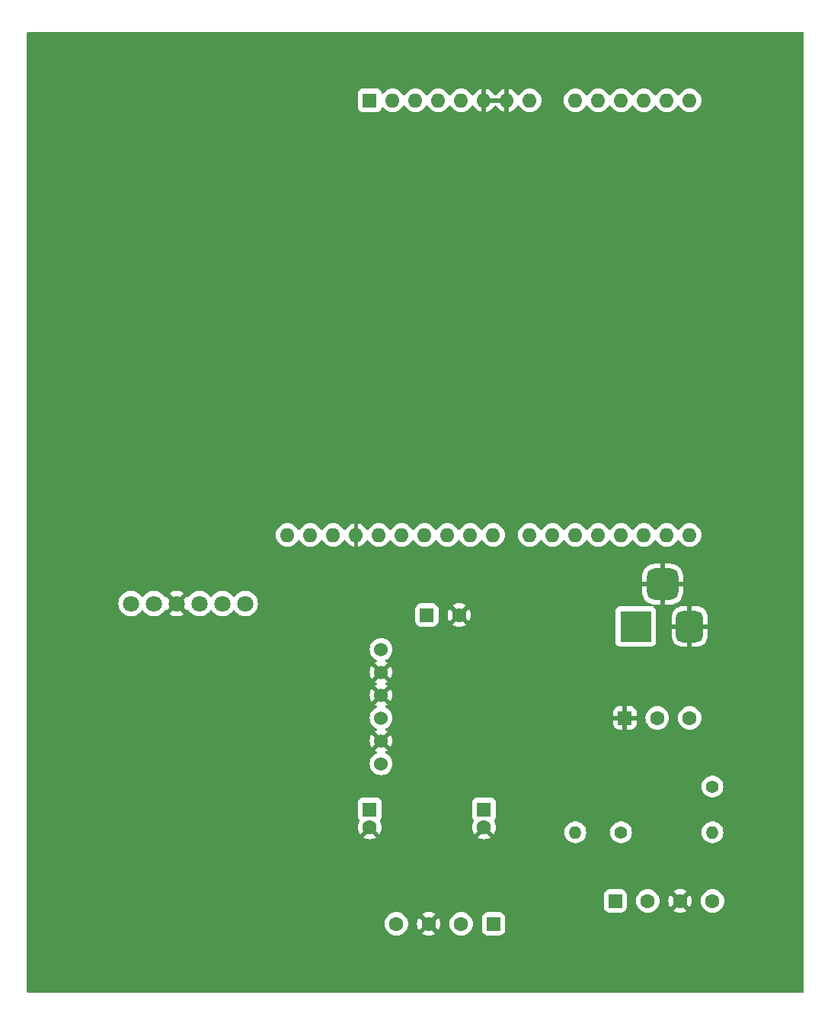
<source format=gbr>
%TF.GenerationSoftware,KiCad,Pcbnew,7.0.2*%
%TF.CreationDate,2023-06-13T20:29:50-05:00*%
%TF.ProjectId,LUCES,4c554345-532e-46b6-9963-61645f706362,rev?*%
%TF.SameCoordinates,Original*%
%TF.FileFunction,Copper,L1,Top*%
%TF.FilePolarity,Positive*%
%FSLAX46Y46*%
G04 Gerber Fmt 4.6, Leading zero omitted, Abs format (unit mm)*
G04 Created by KiCad (PCBNEW 7.0.2) date 2023-06-13 20:29:50*
%MOMM*%
%LPD*%
G01*
G04 APERTURE LIST*
G04 Aperture macros list*
%AMRoundRect*
0 Rectangle with rounded corners*
0 $1 Rounding radius*
0 $2 $3 $4 $5 $6 $7 $8 $9 X,Y pos of 4 corners*
0 Add a 4 corners polygon primitive as box body*
4,1,4,$2,$3,$4,$5,$6,$7,$8,$9,$2,$3,0*
0 Add four circle primitives for the rounded corners*
1,1,$1+$1,$2,$3*
1,1,$1+$1,$4,$5*
1,1,$1+$1,$6,$7*
1,1,$1+$1,$8,$9*
0 Add four rect primitives between the rounded corners*
20,1,$1+$1,$2,$3,$4,$5,0*
20,1,$1+$1,$4,$5,$6,$7,0*
20,1,$1+$1,$6,$7,$8,$9,0*
20,1,$1+$1,$8,$9,$2,$3,0*%
G04 Aperture macros list end*
%TA.AperFunction,ComponentPad*%
%ADD10R,1.600000X1.600000*%
%TD*%
%TA.AperFunction,ComponentPad*%
%ADD11O,1.600000X1.600000*%
%TD*%
%TA.AperFunction,ComponentPad*%
%ADD12RoundRect,0.250000X0.550000X0.550000X-0.550000X0.550000X-0.550000X-0.550000X0.550000X-0.550000X0*%
%TD*%
%TA.AperFunction,ComponentPad*%
%ADD13C,1.600000*%
%TD*%
%TA.AperFunction,ComponentPad*%
%ADD14O,1.400000X1.400000*%
%TD*%
%TA.AperFunction,ComponentPad*%
%ADD15C,1.400000*%
%TD*%
%TA.AperFunction,ComponentPad*%
%ADD16RoundRect,0.250000X-0.550000X-0.550000X0.550000X-0.550000X0.550000X0.550000X-0.550000X0.550000X0*%
%TD*%
%TA.AperFunction,ComponentPad*%
%ADD17R,3.500000X3.500000*%
%TD*%
%TA.AperFunction,ComponentPad*%
%ADD18RoundRect,0.750000X0.750000X1.000000X-0.750000X1.000000X-0.750000X-1.000000X0.750000X-1.000000X0*%
%TD*%
%TA.AperFunction,ComponentPad*%
%ADD19RoundRect,0.875000X0.875000X0.875000X-0.875000X0.875000X-0.875000X-0.875000X0.875000X-0.875000X0*%
%TD*%
%TA.AperFunction,ComponentPad*%
%ADD20C,1.800000*%
%TD*%
%TA.AperFunction,ComponentPad*%
%ADD21C,1.524000*%
%TD*%
G04 APERTURE END LIST*
D10*
%TO.P,A1,1,NC*%
%TO.N,unconnected-(A1-NC-Pad1)*%
X101600000Y-33020000D03*
D11*
%TO.P,A1,2,IOREF*%
%TO.N,unconnected-(A1-IOREF-Pad2)*%
X104140000Y-33020000D03*
%TO.P,A1,3,~{RESET}*%
%TO.N,unconnected-(A1-~{RESET}-Pad3)*%
X106680000Y-33020000D03*
%TO.P,A1,4,3V3*%
%TO.N,unconnected-(A1-3V3-Pad4)*%
X109220000Y-33020000D03*
%TO.P,A1,5,+5V*%
%TO.N,unconnected-(A1-+5V-Pad5)*%
X111760000Y-33020000D03*
%TO.P,A1,6,GND*%
%TO.N,GND*%
X114300000Y-33020000D03*
%TO.P,A1,7,GND*%
X116840000Y-33020000D03*
%TO.P,A1,8,VIN*%
%TO.N,+5V*%
X119380000Y-33020000D03*
%TO.P,A1,9,A0*%
%TO.N,unconnected-(A1-A0-Pad9)*%
X124460000Y-33020000D03*
%TO.P,A1,10,A1*%
%TO.N,unconnected-(A1-A1-Pad10)*%
X127000000Y-33020000D03*
%TO.P,A1,11,A2*%
%TO.N,unconnected-(A1-A2-Pad11)*%
X129540000Y-33020000D03*
%TO.P,A1,12,A3*%
%TO.N,unconnected-(A1-A3-Pad12)*%
X132080000Y-33020000D03*
%TO.P,A1,13,SDA/A4*%
%TO.N,unconnected-(A1-SDA{slash}A4-Pad13)*%
X134620000Y-33020000D03*
%TO.P,A1,14,SCL/A5*%
%TO.N,unconnected-(A1-SCL{slash}A5-Pad14)*%
X137160000Y-33020000D03*
%TO.P,A1,15,D0/RX*%
%TO.N,Net-(A1-D0{slash}RX)*%
X137160000Y-81280000D03*
%TO.P,A1,16,D1/TX*%
%TO.N,Net-(A1-D1{slash}TX)*%
X134620000Y-81280000D03*
%TO.P,A1,17,D2*%
%TO.N,unconnected-(A1-D2-Pad17)*%
X132080000Y-81280000D03*
%TO.P,A1,18,D3*%
%TO.N,unconnected-(A1-D3-Pad18)*%
X129540000Y-81280000D03*
%TO.P,A1,19,D4*%
%TO.N,unconnected-(A1-D4-Pad19)*%
X127000000Y-81280000D03*
%TO.P,A1,20,D5*%
%TO.N,unconnected-(A1-D5-Pad20)*%
X124460000Y-81280000D03*
%TO.P,A1,21,D6*%
%TO.N,unconnected-(A1-D6-Pad21)*%
X121920000Y-81280000D03*
%TO.P,A1,22,D7*%
%TO.N,unconnected-(A1-D7-Pad22)*%
X119380000Y-81280000D03*
%TO.P,A1,23,D8*%
%TO.N,unconnected-(A1-D8-Pad23)*%
X115320000Y-81280000D03*
%TO.P,A1,24,D9*%
%TO.N,unconnected-(A1-D9-Pad24)*%
X112780000Y-81280000D03*
%TO.P,A1,25,D10*%
%TO.N,unconnected-(A1-D10-Pad25)*%
X110240000Y-81280000D03*
%TO.P,A1,26,D11*%
%TO.N,Net-(A1-D11)*%
X107700000Y-81280000D03*
%TO.P,A1,27,D12*%
%TO.N,Net-(A1-D12)*%
X105160000Y-81280000D03*
%TO.P,A1,28,D13*%
%TO.N,unconnected-(A1-D13-Pad28)*%
X102620000Y-81280000D03*
%TO.P,A1,29,GND*%
%TO.N,GND*%
X100080000Y-81280000D03*
%TO.P,A1,30,AREF*%
%TO.N,unconnected-(A1-AREF-Pad30)*%
X97540000Y-81280000D03*
%TO.P,A1,31,SDA/A4*%
%TO.N,unconnected-(A1-SDA{slash}A4-Pad31)*%
X95000000Y-81280000D03*
%TO.P,A1,32,SCL/A5*%
%TO.N,unconnected-(A1-SCL{slash}A5-Pad32)*%
X92460000Y-81280000D03*
%TD*%
D12*
%TO.P,D1,1,VDD*%
%TO.N,Net-(D1-VDD)*%
X115360000Y-124460000D03*
D13*
%TO.P,D1,2,DOUT*%
%TO.N,unconnected-(D1-DOUT-Pad2)*%
X111760000Y-124460000D03*
%TO.P,D1,3,VSS*%
%TO.N,GND*%
X108160000Y-124460000D03*
%TO.P,D1,4,DIN*%
%TO.N,Net-(A1-D11)*%
X104560000Y-124460000D03*
%TD*%
D14*
%TO.P,R2,2*%
%TO.N,Net-(D1-VDD)*%
X124460000Y-114300000D03*
D15*
%TO.P,R2,1*%
%TO.N,+5V*%
X129540000Y-114300000D03*
%TD*%
D16*
%TO.P,D2,1,VDD*%
%TO.N,Net-(D2-VDD)*%
X128900000Y-121920000D03*
D13*
%TO.P,D2,2,DOUT*%
%TO.N,unconnected-(D2-DOUT-Pad2)*%
X132500000Y-121920000D03*
%TO.P,D2,3,VSS*%
%TO.N,GND*%
X136100000Y-121920000D03*
%TO.P,D2,4,DIN*%
%TO.N,Net-(A1-D12)*%
X139700000Y-121920000D03*
%TD*%
D17*
%TO.P,J1,1*%
%TO.N,VCC*%
X131160000Y-91440000D03*
D18*
%TO.P,J1,2*%
%TO.N,GND*%
X137160000Y-91440000D03*
D19*
%TO.P,J1,3*%
X134160000Y-86740000D03*
%TD*%
D10*
%TO.P,C2,1*%
%TO.N,+5V*%
X114300000Y-111760000D03*
D13*
%TO.P,C2,2*%
%TO.N,GND*%
X114300000Y-113760000D03*
%TD*%
D20*
%TO.P,BluetoothHC1,1,STATE*%
%TO.N,unconnected-(BluetoothHC1-STATE-Pad1)*%
X87757000Y-88900000D03*
%TO.P,BluetoothHC1,2,RX*%
%TO.N,Net-(A1-D1{slash}TX)*%
X85217000Y-88900000D03*
%TO.P,BluetoothHC1,3,TX*%
%TO.N,Net-(A1-D0{slash}RX)*%
X82677000Y-88900000D03*
%TO.P,BluetoothHC1,4,GND*%
%TO.N,GND*%
X80137000Y-88900000D03*
%TO.P,BluetoothHC1,5,+5V*%
%TO.N,+5V*%
X77597000Y-88900000D03*
%TO.P,BluetoothHC1,6,EN*%
%TO.N,unconnected-(BluetoothHC1-EN-Pad6)*%
X75057000Y-88900000D03*
%TD*%
D16*
%TO.P,BT1,1,+*%
%TO.N,/bat*%
X107950000Y-90170000D03*
D13*
%TO.P,BT1,2,-*%
%TO.N,GND*%
X111550000Y-90170000D03*
%TD*%
D14*
%TO.P,R3,2*%
%TO.N,Net-(D2-VDD)*%
X139700000Y-114300000D03*
D15*
%TO.P,R3,1*%
%TO.N,+5V*%
X139700000Y-109220000D03*
%TD*%
D16*
%TO.P,SW1,1,A*%
%TO.N,GND*%
X129960000Y-101600000D03*
D13*
%TO.P,SW1,2,B*%
%TO.N,/5vout*%
X133560000Y-101600000D03*
%TO.P,SW1,3,C*%
%TO.N,+5V*%
X137160000Y-101600000D03*
%TD*%
D21*
%TO.P,U1,6,OUT-5V*%
%TO.N,/5vout*%
X102870000Y-106680000D03*
%TO.P,U1,5,GND*%
%TO.N,GND*%
X102870000Y-104140000D03*
%TO.P,U1,4,BAT*%
%TO.N,/bat*%
X102870000Y-101600000D03*
%TO.P,U1,3,GND*%
%TO.N,GND*%
X102870000Y-99060000D03*
%TO.P,U1,2,GND*%
X102870000Y-96520000D03*
%TO.P,U1,1,VIN*%
%TO.N,VCC*%
X102870000Y-93980000D03*
%TD*%
D10*
%TO.P,C1,1*%
%TO.N,+5V*%
X101600000Y-111760000D03*
D13*
%TO.P,C1,2*%
%TO.N,GND*%
X101600000Y-113760000D03*
%TD*%
%TA.AperFunction,Conductor*%
%TO.N,GND*%
G36*
X116380507Y-32810156D02*
G01*
X116340000Y-32948111D01*
X116340000Y-33091889D01*
X116380507Y-33229844D01*
X116406314Y-33270000D01*
X114733686Y-33270000D01*
X114759493Y-33229844D01*
X114800000Y-33091889D01*
X114800000Y-32948111D01*
X114759493Y-32810156D01*
X114733686Y-32770000D01*
X116406314Y-32770000D01*
X116380507Y-32810156D01*
G37*
%TD.AperFunction*%
%TA.AperFunction,Conductor*%
G36*
X149802539Y-25420185D02*
G01*
X149848294Y-25472989D01*
X149859500Y-25524500D01*
X149859500Y-131955500D01*
X149839815Y-132022539D01*
X149787011Y-132068294D01*
X149735500Y-132079500D01*
X63624500Y-132079500D01*
X63557461Y-132059815D01*
X63511706Y-132007011D01*
X63500500Y-131955500D01*
X63500500Y-124460000D01*
X103254531Y-124460000D01*
X103274364Y-124686689D01*
X103333261Y-124906497D01*
X103429432Y-125112735D01*
X103559953Y-125299140D01*
X103720859Y-125460046D01*
X103907264Y-125590567D01*
X103907265Y-125590567D01*
X103907266Y-125590568D01*
X104113504Y-125686739D01*
X104333308Y-125745635D01*
X104560000Y-125765468D01*
X104786692Y-125745635D01*
X105006496Y-125686739D01*
X105212734Y-125590568D01*
X105286344Y-125539026D01*
X107434526Y-125539026D01*
X107507515Y-125590133D01*
X107713673Y-125686266D01*
X107933397Y-125745141D01*
X108160000Y-125764966D01*
X108386602Y-125745141D01*
X108606326Y-125686266D01*
X108812480Y-125590134D01*
X108885472Y-125539025D01*
X108160001Y-124813553D01*
X108160000Y-124813553D01*
X107434526Y-125539025D01*
X107434526Y-125539026D01*
X105286344Y-125539026D01*
X105399139Y-125460047D01*
X105560047Y-125299139D01*
X105690568Y-125112734D01*
X105786739Y-124906496D01*
X105845635Y-124686692D01*
X105865468Y-124460000D01*
X106855033Y-124460000D01*
X106874858Y-124686602D01*
X106933733Y-124906326D01*
X107029866Y-125112484D01*
X107080972Y-125185471D01*
X107080974Y-125185472D01*
X107806446Y-124460000D01*
X107806446Y-124459999D01*
X107778287Y-124431840D01*
X107856105Y-124431840D01*
X107866454Y-124543521D01*
X107916448Y-124643922D01*
X107999334Y-124719484D01*
X108103920Y-124760000D01*
X108187802Y-124760000D01*
X108270250Y-124744588D01*
X108365610Y-124685543D01*
X108433201Y-124596038D01*
X108463895Y-124488160D01*
X108461286Y-124460000D01*
X108513553Y-124460000D01*
X109239025Y-125185472D01*
X109290134Y-125112480D01*
X109386266Y-124906326D01*
X109445141Y-124686602D01*
X109464966Y-124460000D01*
X110454531Y-124460000D01*
X110474364Y-124686689D01*
X110533261Y-124906497D01*
X110629432Y-125112735D01*
X110759953Y-125299140D01*
X110920859Y-125460046D01*
X111107264Y-125590567D01*
X111107265Y-125590567D01*
X111107266Y-125590568D01*
X111313504Y-125686739D01*
X111533308Y-125745635D01*
X111760000Y-125765468D01*
X111986692Y-125745635D01*
X112206496Y-125686739D01*
X112412734Y-125590568D01*
X112599139Y-125460047D01*
X112760047Y-125299139D01*
X112890568Y-125112734D01*
X112916614Y-125056878D01*
X114059500Y-125056878D01*
X114059501Y-125060008D01*
X114059820Y-125063140D01*
X114059821Y-125063141D01*
X114070000Y-125162796D01*
X114125186Y-125329334D01*
X114217288Y-125478657D01*
X114341342Y-125602711D01*
X114341344Y-125602712D01*
X114490666Y-125694814D01*
X114602017Y-125731712D01*
X114657202Y-125749999D01*
X114756858Y-125760180D01*
X114756859Y-125760180D01*
X114759991Y-125760500D01*
X115960008Y-125760499D01*
X116062797Y-125749999D01*
X116229334Y-125694814D01*
X116378656Y-125602712D01*
X116502712Y-125478656D01*
X116594814Y-125329334D01*
X116649999Y-125162797D01*
X116660500Y-125060009D01*
X116660499Y-123859992D01*
X116649999Y-123757203D01*
X116594814Y-123590666D01*
X116502712Y-123441344D01*
X116502711Y-123441342D01*
X116378657Y-123317288D01*
X116229334Y-123225186D01*
X116062797Y-123170000D01*
X115963141Y-123159819D01*
X115963122Y-123159818D01*
X115960009Y-123159500D01*
X115956860Y-123159500D01*
X114763140Y-123159500D01*
X114763120Y-123159500D01*
X114759992Y-123159501D01*
X114756860Y-123159820D01*
X114756858Y-123159821D01*
X114657203Y-123170000D01*
X114490665Y-123225186D01*
X114341342Y-123317288D01*
X114217288Y-123441342D01*
X114125186Y-123590665D01*
X114070000Y-123757202D01*
X114059819Y-123856858D01*
X114059817Y-123856878D01*
X114059500Y-123859991D01*
X114059500Y-123863138D01*
X114059500Y-123863139D01*
X114059500Y-125056859D01*
X114059500Y-125056878D01*
X112916614Y-125056878D01*
X112986739Y-124906496D01*
X113045635Y-124686692D01*
X113065468Y-124460000D01*
X113045635Y-124233308D01*
X112986739Y-124013504D01*
X112890568Y-123807266D01*
X112855514Y-123757202D01*
X112760046Y-123620859D01*
X112599140Y-123459953D01*
X112412735Y-123329432D01*
X112206497Y-123233261D01*
X111986689Y-123174364D01*
X111760000Y-123154531D01*
X111533310Y-123174364D01*
X111313502Y-123233261D01*
X111107264Y-123329432D01*
X110920859Y-123459953D01*
X110759953Y-123620859D01*
X110629432Y-123807264D01*
X110533261Y-124013502D01*
X110474364Y-124233310D01*
X110454531Y-124460000D01*
X109464966Y-124460000D01*
X109445141Y-124233397D01*
X109386266Y-124013673D01*
X109290133Y-123807515D01*
X109239025Y-123734526D01*
X108513553Y-124459999D01*
X108513553Y-124460000D01*
X108461286Y-124460000D01*
X108453546Y-124376479D01*
X108403552Y-124276078D01*
X108320666Y-124200516D01*
X108216080Y-124160000D01*
X108132198Y-124160000D01*
X108049750Y-124175412D01*
X107954390Y-124234457D01*
X107886799Y-124323962D01*
X107856105Y-124431840D01*
X107778287Y-124431840D01*
X107080973Y-123734526D01*
X107080973Y-123734527D01*
X107029865Y-123807516D01*
X106933733Y-124013672D01*
X106874858Y-124233397D01*
X106855033Y-124460000D01*
X105865468Y-124460000D01*
X105845635Y-124233308D01*
X105786739Y-124013504D01*
X105690568Y-123807266D01*
X105655514Y-123757202D01*
X105560046Y-123620859D01*
X105399140Y-123459953D01*
X105286344Y-123380973D01*
X107434526Y-123380973D01*
X108160000Y-124106446D01*
X108160001Y-124106446D01*
X108885472Y-123380974D01*
X108885471Y-123380972D01*
X108812484Y-123329866D01*
X108606326Y-123233733D01*
X108386602Y-123174858D01*
X108160000Y-123155033D01*
X107933397Y-123174858D01*
X107713672Y-123233733D01*
X107507516Y-123329865D01*
X107434527Y-123380973D01*
X107434526Y-123380973D01*
X105286344Y-123380973D01*
X105212735Y-123329432D01*
X105006497Y-123233261D01*
X104786689Y-123174364D01*
X104560000Y-123154531D01*
X104333310Y-123174364D01*
X104113502Y-123233261D01*
X103907264Y-123329432D01*
X103720859Y-123459953D01*
X103559953Y-123620859D01*
X103429432Y-123807264D01*
X103333261Y-124013502D01*
X103274364Y-124233310D01*
X103254531Y-124460000D01*
X63500500Y-124460000D01*
X63500500Y-122516878D01*
X127599500Y-122516878D01*
X127599501Y-122520008D01*
X127599820Y-122523140D01*
X127599821Y-122523141D01*
X127610000Y-122622796D01*
X127665186Y-122789334D01*
X127757288Y-122938657D01*
X127881342Y-123062711D01*
X127881344Y-123062712D01*
X128030666Y-123154814D01*
X128142016Y-123191712D01*
X128197202Y-123209999D01*
X128296858Y-123220180D01*
X128296859Y-123220180D01*
X128299991Y-123220500D01*
X129500008Y-123220499D01*
X129602797Y-123209999D01*
X129769334Y-123154814D01*
X129918656Y-123062712D01*
X130042712Y-122938656D01*
X130134814Y-122789334D01*
X130189999Y-122622797D01*
X130200500Y-122520009D01*
X130200499Y-121920000D01*
X131194531Y-121920000D01*
X131214364Y-122146689D01*
X131273261Y-122366497D01*
X131369432Y-122572735D01*
X131499953Y-122759140D01*
X131660859Y-122920046D01*
X131847264Y-123050567D01*
X131847265Y-123050567D01*
X131847266Y-123050568D01*
X132053504Y-123146739D01*
X132273308Y-123205635D01*
X132424436Y-123218856D01*
X132499999Y-123225468D01*
X132499999Y-123225467D01*
X132500000Y-123225468D01*
X132726692Y-123205635D01*
X132946496Y-123146739D01*
X133152734Y-123050568D01*
X133226344Y-122999026D01*
X135374526Y-122999026D01*
X135447515Y-123050133D01*
X135653673Y-123146266D01*
X135873397Y-123205141D01*
X136100000Y-123224966D01*
X136326602Y-123205141D01*
X136546326Y-123146266D01*
X136752480Y-123050134D01*
X136825472Y-122999025D01*
X136100001Y-122273553D01*
X136100000Y-122273553D01*
X135374526Y-122999025D01*
X135374526Y-122999026D01*
X133226344Y-122999026D01*
X133339139Y-122920047D01*
X133500047Y-122759139D01*
X133630568Y-122572734D01*
X133726739Y-122366496D01*
X133785635Y-122146692D01*
X133805468Y-121920000D01*
X134795033Y-121920000D01*
X134814858Y-122146602D01*
X134873733Y-122366326D01*
X134969866Y-122572484D01*
X135020972Y-122645471D01*
X135020974Y-122645472D01*
X135746446Y-121920000D01*
X135746446Y-121919999D01*
X135718287Y-121891840D01*
X135796105Y-121891840D01*
X135806454Y-122003521D01*
X135856448Y-122103922D01*
X135939334Y-122179484D01*
X136043920Y-122220000D01*
X136127802Y-122220000D01*
X136210250Y-122204588D01*
X136305610Y-122145543D01*
X136373201Y-122056038D01*
X136403895Y-121948160D01*
X136401286Y-121920000D01*
X136453553Y-121920000D01*
X137179025Y-122645472D01*
X137230134Y-122572480D01*
X137326266Y-122366326D01*
X137385141Y-122146602D01*
X137404966Y-121920000D01*
X138394531Y-121920000D01*
X138414364Y-122146689D01*
X138473261Y-122366497D01*
X138569432Y-122572735D01*
X138699953Y-122759140D01*
X138860859Y-122920046D01*
X139047264Y-123050567D01*
X139047265Y-123050567D01*
X139047266Y-123050568D01*
X139253504Y-123146739D01*
X139473308Y-123205635D01*
X139624435Y-123218856D01*
X139699999Y-123225468D01*
X139699999Y-123225467D01*
X139700000Y-123225468D01*
X139926692Y-123205635D01*
X140146496Y-123146739D01*
X140352734Y-123050568D01*
X140539139Y-122920047D01*
X140700047Y-122759139D01*
X140830568Y-122572734D01*
X140926739Y-122366496D01*
X140985635Y-122146692D01*
X141005468Y-121920000D01*
X140985635Y-121693308D01*
X140926739Y-121473504D01*
X140830568Y-121267266D01*
X140795514Y-121217202D01*
X140700046Y-121080859D01*
X140539140Y-120919953D01*
X140352735Y-120789432D01*
X140146497Y-120693261D01*
X139926689Y-120634364D01*
X139699999Y-120614531D01*
X139473310Y-120634364D01*
X139253502Y-120693261D01*
X139047264Y-120789432D01*
X138860859Y-120919953D01*
X138699953Y-121080859D01*
X138569432Y-121267264D01*
X138473261Y-121473502D01*
X138414364Y-121693310D01*
X138394531Y-121920000D01*
X137404966Y-121920000D01*
X137385141Y-121693397D01*
X137326266Y-121473673D01*
X137230133Y-121267515D01*
X137179025Y-121194526D01*
X136453553Y-121919999D01*
X136453553Y-121920000D01*
X136401286Y-121920000D01*
X136393546Y-121836479D01*
X136343552Y-121736078D01*
X136260666Y-121660516D01*
X136156080Y-121620000D01*
X136072198Y-121620000D01*
X135989750Y-121635412D01*
X135894390Y-121694457D01*
X135826799Y-121783962D01*
X135796105Y-121891840D01*
X135718287Y-121891840D01*
X135020973Y-121194526D01*
X135020973Y-121194527D01*
X134969865Y-121267516D01*
X134873733Y-121473672D01*
X134814858Y-121693397D01*
X134795033Y-121920000D01*
X133805468Y-121920000D01*
X133785635Y-121693308D01*
X133726739Y-121473504D01*
X133630568Y-121267266D01*
X133595514Y-121217202D01*
X133500046Y-121080859D01*
X133339140Y-120919953D01*
X133226344Y-120840973D01*
X135374526Y-120840973D01*
X136100000Y-121566446D01*
X136100001Y-121566446D01*
X136825472Y-120840974D01*
X136825471Y-120840972D01*
X136752484Y-120789866D01*
X136546326Y-120693733D01*
X136326602Y-120634858D01*
X136100000Y-120615033D01*
X135873397Y-120634858D01*
X135653672Y-120693733D01*
X135447516Y-120789865D01*
X135374527Y-120840973D01*
X135374526Y-120840973D01*
X133226344Y-120840973D01*
X133152735Y-120789432D01*
X132946497Y-120693261D01*
X132726689Y-120634364D01*
X132499999Y-120614531D01*
X132273310Y-120634364D01*
X132053502Y-120693261D01*
X131847264Y-120789432D01*
X131660859Y-120919953D01*
X131499953Y-121080859D01*
X131369432Y-121267264D01*
X131273261Y-121473502D01*
X131214364Y-121693310D01*
X131194531Y-121920000D01*
X130200499Y-121920000D01*
X130200499Y-121319992D01*
X130189999Y-121217203D01*
X130134814Y-121050666D01*
X130042712Y-120901344D01*
X130042711Y-120901342D01*
X129918657Y-120777288D01*
X129769334Y-120685186D01*
X129602797Y-120630000D01*
X129503141Y-120619819D01*
X129503122Y-120619818D01*
X129500009Y-120619500D01*
X129496860Y-120619500D01*
X128303140Y-120619500D01*
X128303120Y-120619500D01*
X128299992Y-120619501D01*
X128296860Y-120619820D01*
X128296858Y-120619821D01*
X128197203Y-120630000D01*
X128030665Y-120685186D01*
X127881342Y-120777288D01*
X127757288Y-120901342D01*
X127665186Y-121050665D01*
X127610000Y-121217202D01*
X127599819Y-121316858D01*
X127599817Y-121316878D01*
X127599500Y-121319991D01*
X127599500Y-121323138D01*
X127599500Y-121323139D01*
X127599500Y-122516859D01*
X127599500Y-122516878D01*
X63500500Y-122516878D01*
X63500500Y-113760000D01*
X100295033Y-113760000D01*
X100314858Y-113986602D01*
X100373733Y-114206326D01*
X100469866Y-114412484D01*
X100520972Y-114485471D01*
X100520973Y-114485472D01*
X101202045Y-113804399D01*
X101214835Y-113885148D01*
X101272359Y-113998045D01*
X101361955Y-114087641D01*
X101474852Y-114145165D01*
X101555597Y-114157953D01*
X100874526Y-114839025D01*
X100874526Y-114839026D01*
X100947515Y-114890133D01*
X101153673Y-114986266D01*
X101373397Y-115045141D01*
X101600000Y-115064966D01*
X101826602Y-115045141D01*
X102046326Y-114986266D01*
X102252480Y-114890134D01*
X102325472Y-114839025D01*
X101644399Y-114157953D01*
X101725148Y-114145165D01*
X101838045Y-114087641D01*
X101927641Y-113998045D01*
X101985165Y-113885148D01*
X101997953Y-113804400D01*
X102679025Y-114485472D01*
X102730134Y-114412480D01*
X102826266Y-114206326D01*
X102885141Y-113986602D01*
X102904966Y-113760000D01*
X112995033Y-113760000D01*
X113014858Y-113986602D01*
X113073733Y-114206326D01*
X113169866Y-114412484D01*
X113220972Y-114485471D01*
X113220973Y-114485472D01*
X113902045Y-113804399D01*
X113914835Y-113885148D01*
X113972359Y-113998045D01*
X114061955Y-114087641D01*
X114174852Y-114145165D01*
X114255599Y-114157953D01*
X113574526Y-114839025D01*
X113574526Y-114839026D01*
X113647515Y-114890133D01*
X113853673Y-114986266D01*
X114073397Y-115045141D01*
X114300000Y-115064966D01*
X114526602Y-115045141D01*
X114746326Y-114986266D01*
X114952480Y-114890134D01*
X115025472Y-114839025D01*
X114344401Y-114157953D01*
X114425148Y-114145165D01*
X114538045Y-114087641D01*
X114627641Y-113998045D01*
X114685165Y-113885148D01*
X114697953Y-113804400D01*
X115379025Y-114485472D01*
X115430134Y-114412480D01*
X115482585Y-114300000D01*
X123254357Y-114300000D01*
X123274885Y-114521537D01*
X123335769Y-114735526D01*
X123434941Y-114934688D01*
X123569019Y-115112237D01*
X123733437Y-115262124D01*
X123922595Y-115379245D01*
X123922597Y-115379245D01*
X123922599Y-115379247D01*
X124130060Y-115459618D01*
X124348757Y-115500500D01*
X124348759Y-115500500D01*
X124571241Y-115500500D01*
X124571243Y-115500500D01*
X124789940Y-115459618D01*
X124997401Y-115379247D01*
X125186562Y-115262124D01*
X125350981Y-115112236D01*
X125485058Y-114934689D01*
X125584229Y-114735528D01*
X125645115Y-114521536D01*
X125665643Y-114300000D01*
X128334357Y-114300000D01*
X128354885Y-114521537D01*
X128415769Y-114735526D01*
X128514941Y-114934688D01*
X128649019Y-115112237D01*
X128813437Y-115262124D01*
X129002595Y-115379245D01*
X129002597Y-115379245D01*
X129002599Y-115379247D01*
X129210060Y-115459618D01*
X129428757Y-115500500D01*
X129428759Y-115500500D01*
X129651241Y-115500500D01*
X129651243Y-115500500D01*
X129869940Y-115459618D01*
X130077401Y-115379247D01*
X130266562Y-115262124D01*
X130430981Y-115112236D01*
X130565058Y-114934689D01*
X130664229Y-114735528D01*
X130725115Y-114521536D01*
X130745643Y-114300000D01*
X138494357Y-114300000D01*
X138514885Y-114521537D01*
X138575769Y-114735526D01*
X138674941Y-114934688D01*
X138809019Y-115112237D01*
X138973437Y-115262124D01*
X139162595Y-115379245D01*
X139162597Y-115379245D01*
X139162599Y-115379247D01*
X139370060Y-115459618D01*
X139588757Y-115500500D01*
X139588759Y-115500500D01*
X139811241Y-115500500D01*
X139811243Y-115500500D01*
X140029940Y-115459618D01*
X140237401Y-115379247D01*
X140426562Y-115262124D01*
X140590981Y-115112236D01*
X140725058Y-114934689D01*
X140824229Y-114735528D01*
X140885115Y-114521536D01*
X140905643Y-114300000D01*
X140885115Y-114078464D01*
X140830112Y-113885148D01*
X140824230Y-113864473D01*
X140725058Y-113665311D01*
X140590980Y-113487762D01*
X140426562Y-113337875D01*
X140237404Y-113220754D01*
X140176174Y-113197033D01*
X140029940Y-113140382D01*
X139811243Y-113099500D01*
X139588757Y-113099500D01*
X139370059Y-113140382D01*
X139370060Y-113140382D01*
X139162595Y-113220754D01*
X138973437Y-113337875D01*
X138809019Y-113487762D01*
X138674941Y-113665311D01*
X138575769Y-113864473D01*
X138514885Y-114078462D01*
X138494357Y-114300000D01*
X130745643Y-114300000D01*
X130725115Y-114078464D01*
X130670112Y-113885148D01*
X130664230Y-113864473D01*
X130565058Y-113665311D01*
X130430980Y-113487762D01*
X130266562Y-113337875D01*
X130077404Y-113220754D01*
X130016174Y-113197033D01*
X129869940Y-113140382D01*
X129651243Y-113099500D01*
X129428757Y-113099500D01*
X129210060Y-113140382D01*
X129002595Y-113220754D01*
X128813437Y-113337875D01*
X128649019Y-113487762D01*
X128514941Y-113665311D01*
X128415769Y-113864473D01*
X128354885Y-114078462D01*
X128334357Y-114300000D01*
X125665643Y-114300000D01*
X125645115Y-114078464D01*
X125590112Y-113885148D01*
X125584230Y-113864473D01*
X125485058Y-113665311D01*
X125350980Y-113487762D01*
X125186562Y-113337875D01*
X124997404Y-113220754D01*
X124936174Y-113197033D01*
X124789940Y-113140382D01*
X124571243Y-113099500D01*
X124348757Y-113099500D01*
X124130059Y-113140382D01*
X124130060Y-113140382D01*
X123922595Y-113220754D01*
X123733437Y-113337875D01*
X123569019Y-113487762D01*
X123434941Y-113665311D01*
X123335769Y-113864473D01*
X123274885Y-114078462D01*
X123254357Y-114300000D01*
X115482585Y-114300000D01*
X115526266Y-114206326D01*
X115585141Y-113986602D01*
X115604966Y-113760000D01*
X115585141Y-113533397D01*
X115526266Y-113313673D01*
X115430133Y-113107515D01*
X115421189Y-113094742D01*
X115398862Y-113028536D01*
X115415872Y-112960768D01*
X115448453Y-112924352D01*
X115457546Y-112917546D01*
X115543796Y-112802331D01*
X115594091Y-112667483D01*
X115600500Y-112607873D01*
X115600499Y-110912128D01*
X115594091Y-110852517D01*
X115543796Y-110717669D01*
X115457546Y-110602454D01*
X115342331Y-110516204D01*
X115207483Y-110465909D01*
X115147873Y-110459500D01*
X115144550Y-110459500D01*
X113455439Y-110459500D01*
X113455420Y-110459500D01*
X113452128Y-110459501D01*
X113448848Y-110459853D01*
X113448840Y-110459854D01*
X113392515Y-110465909D01*
X113257669Y-110516204D01*
X113142454Y-110602454D01*
X113056204Y-110717668D01*
X113005910Y-110852515D01*
X113005909Y-110852517D01*
X112999500Y-110912127D01*
X112999500Y-110915448D01*
X112999500Y-110915449D01*
X112999500Y-112604560D01*
X112999500Y-112604578D01*
X112999501Y-112607872D01*
X113005909Y-112667483D01*
X113056204Y-112802331D01*
X113142454Y-112917546D01*
X113142455Y-112917547D01*
X113151545Y-112924352D01*
X113193417Y-112980285D01*
X113198401Y-113049977D01*
X113178812Y-113094740D01*
X113169865Y-113107518D01*
X113073733Y-113313672D01*
X113014858Y-113533397D01*
X112995033Y-113760000D01*
X102904966Y-113760000D01*
X102885141Y-113533397D01*
X102826266Y-113313673D01*
X102730133Y-113107515D01*
X102721189Y-113094742D01*
X102698862Y-113028536D01*
X102715872Y-112960768D01*
X102748453Y-112924352D01*
X102757546Y-112917546D01*
X102843796Y-112802331D01*
X102894091Y-112667483D01*
X102900500Y-112607873D01*
X102900499Y-110912128D01*
X102894091Y-110852517D01*
X102843796Y-110717669D01*
X102757546Y-110602454D01*
X102642331Y-110516204D01*
X102507483Y-110465909D01*
X102447873Y-110459500D01*
X102444550Y-110459500D01*
X100755439Y-110459500D01*
X100755420Y-110459500D01*
X100752128Y-110459501D01*
X100748848Y-110459853D01*
X100748840Y-110459854D01*
X100692515Y-110465909D01*
X100557669Y-110516204D01*
X100442454Y-110602454D01*
X100356204Y-110717668D01*
X100305910Y-110852515D01*
X100305909Y-110852517D01*
X100299500Y-110912127D01*
X100299500Y-110915448D01*
X100299500Y-110915449D01*
X100299500Y-112604560D01*
X100299500Y-112604578D01*
X100299501Y-112607872D01*
X100305909Y-112667483D01*
X100356204Y-112802331D01*
X100442454Y-112917546D01*
X100442455Y-112917547D01*
X100451545Y-112924352D01*
X100493417Y-112980285D01*
X100498401Y-113049977D01*
X100478812Y-113094740D01*
X100469865Y-113107518D01*
X100373733Y-113313672D01*
X100314858Y-113533397D01*
X100295033Y-113760000D01*
X63500500Y-113760000D01*
X63500500Y-109220000D01*
X138494357Y-109220000D01*
X138514885Y-109441537D01*
X138575769Y-109655526D01*
X138674941Y-109854688D01*
X138809019Y-110032237D01*
X138973437Y-110182124D01*
X139162595Y-110299245D01*
X139162597Y-110299245D01*
X139162599Y-110299247D01*
X139370060Y-110379618D01*
X139588757Y-110420500D01*
X139588759Y-110420500D01*
X139811241Y-110420500D01*
X139811243Y-110420500D01*
X140029940Y-110379618D01*
X140237401Y-110299247D01*
X140426562Y-110182124D01*
X140590981Y-110032236D01*
X140725058Y-109854689D01*
X140824229Y-109655528D01*
X140885115Y-109441536D01*
X140905643Y-109220000D01*
X140885115Y-108998464D01*
X140862227Y-108918021D01*
X140824230Y-108784473D01*
X140725058Y-108585311D01*
X140590980Y-108407762D01*
X140426562Y-108257875D01*
X140237404Y-108140754D01*
X140176174Y-108117033D01*
X140029940Y-108060382D01*
X139811243Y-108019500D01*
X139588757Y-108019500D01*
X139370059Y-108060382D01*
X139370060Y-108060382D01*
X139162595Y-108140754D01*
X138973437Y-108257875D01*
X138809019Y-108407762D01*
X138674941Y-108585311D01*
X138575769Y-108784473D01*
X138514885Y-108998462D01*
X138494357Y-109220000D01*
X63500500Y-109220000D01*
X63500500Y-106680000D01*
X101602676Y-106680000D01*
X101621929Y-106900065D01*
X101621930Y-106900068D01*
X101679106Y-107113450D01*
X101772466Y-107313662D01*
X101899174Y-107494620D01*
X102055380Y-107650826D01*
X102236338Y-107777534D01*
X102436550Y-107870894D01*
X102649932Y-107928070D01*
X102870000Y-107947323D01*
X103090068Y-107928070D01*
X103303450Y-107870894D01*
X103503662Y-107777534D01*
X103684620Y-107650826D01*
X103840826Y-107494620D01*
X103967534Y-107313662D01*
X104060894Y-107113450D01*
X104118070Y-106900068D01*
X104137323Y-106680000D01*
X104118070Y-106459932D01*
X104060894Y-106246550D01*
X103967534Y-106046339D01*
X103840826Y-105865380D01*
X103684620Y-105709174D01*
X103503662Y-105582466D01*
X103374218Y-105522105D01*
X103321779Y-105475932D01*
X103302627Y-105408739D01*
X103322843Y-105341858D01*
X103374220Y-105297340D01*
X103503411Y-105237098D01*
X103568187Y-105191740D01*
X102897448Y-104521000D01*
X102901569Y-104521000D01*
X102995421Y-104505339D01*
X103107251Y-104444820D01*
X103193371Y-104351269D01*
X103244448Y-104234823D01*
X103250105Y-104166552D01*
X103921740Y-104838186D01*
X103967100Y-104773408D01*
X104060420Y-104573281D01*
X104117575Y-104359978D01*
X104136821Y-104139999D01*
X104117575Y-103920021D01*
X104060421Y-103706720D01*
X103967098Y-103506589D01*
X103921740Y-103441811D01*
X103254903Y-104108648D01*
X103254949Y-104108102D01*
X103223734Y-103984838D01*
X103154187Y-103878388D01*
X103053843Y-103800287D01*
X102933578Y-103759000D01*
X102897447Y-103759000D01*
X103568187Y-103088258D01*
X103503406Y-103042898D01*
X103374219Y-102982658D01*
X103321779Y-102936486D01*
X103302627Y-102869293D01*
X103322843Y-102802411D01*
X103374219Y-102757894D01*
X103432822Y-102730567D01*
X103503662Y-102697534D01*
X103684620Y-102570826D01*
X103840826Y-102414620D01*
X103967534Y-102233662D01*
X104060894Y-102033450D01*
X104110050Y-101850000D01*
X128660001Y-101850000D01*
X128660001Y-102196829D01*
X128660321Y-102203111D01*
X128670493Y-102302695D01*
X128725642Y-102469122D01*
X128817683Y-102618345D01*
X128941654Y-102742316D01*
X129090877Y-102834357D01*
X129257303Y-102889506D01*
X129356890Y-102899680D01*
X129363168Y-102899999D01*
X129709999Y-102899999D01*
X129710000Y-102899998D01*
X129710000Y-101850000D01*
X128660001Y-101850000D01*
X104110050Y-101850000D01*
X104118070Y-101820068D01*
X104137323Y-101600000D01*
X104134859Y-101571840D01*
X129656105Y-101571840D01*
X129666454Y-101683521D01*
X129716448Y-101783922D01*
X129799334Y-101859484D01*
X129903920Y-101900000D01*
X129987802Y-101900000D01*
X130070250Y-101884588D01*
X130126111Y-101850000D01*
X130210000Y-101850000D01*
X130210000Y-102899999D01*
X130556829Y-102899999D01*
X130563111Y-102899678D01*
X130662695Y-102889506D01*
X130829122Y-102834357D01*
X130978345Y-102742316D01*
X131102316Y-102618345D01*
X131194357Y-102469122D01*
X131249506Y-102302696D01*
X131259680Y-102203109D01*
X131260000Y-102196831D01*
X131260000Y-101850000D01*
X130210000Y-101850000D01*
X130126111Y-101850000D01*
X130165610Y-101825543D01*
X130233201Y-101736038D01*
X130263895Y-101628160D01*
X130261286Y-101600000D01*
X132254531Y-101600000D01*
X132274364Y-101826689D01*
X132333261Y-102046497D01*
X132429432Y-102252735D01*
X132559953Y-102439140D01*
X132720859Y-102600046D01*
X132907264Y-102730567D01*
X132907265Y-102730567D01*
X132907266Y-102730568D01*
X133113504Y-102826739D01*
X133333308Y-102885635D01*
X133484436Y-102898857D01*
X133559999Y-102905468D01*
X133559999Y-102905467D01*
X133560000Y-102905468D01*
X133786692Y-102885635D01*
X134006496Y-102826739D01*
X134212734Y-102730568D01*
X134399139Y-102600047D01*
X134560047Y-102439139D01*
X134690568Y-102252734D01*
X134786739Y-102046496D01*
X134845635Y-101826692D01*
X134865468Y-101600000D01*
X135854531Y-101600000D01*
X135874364Y-101826689D01*
X135933261Y-102046497D01*
X136029432Y-102252735D01*
X136159953Y-102439140D01*
X136320859Y-102600046D01*
X136507264Y-102730567D01*
X136507265Y-102730567D01*
X136507266Y-102730568D01*
X136713504Y-102826739D01*
X136933308Y-102885635D01*
X137160000Y-102905468D01*
X137386692Y-102885635D01*
X137606496Y-102826739D01*
X137812734Y-102730568D01*
X137999139Y-102600047D01*
X138160047Y-102439139D01*
X138290568Y-102252734D01*
X138386739Y-102046496D01*
X138445635Y-101826692D01*
X138465468Y-101600000D01*
X138445635Y-101373308D01*
X138386739Y-101153504D01*
X138290568Y-100947266D01*
X138177216Y-100785380D01*
X138160046Y-100760859D01*
X137999140Y-100599953D01*
X137812735Y-100469432D01*
X137606497Y-100373261D01*
X137386689Y-100314364D01*
X137159999Y-100294531D01*
X136933310Y-100314364D01*
X136713502Y-100373261D01*
X136507264Y-100469432D01*
X136320859Y-100599953D01*
X136159953Y-100760859D01*
X136029432Y-100947264D01*
X135933261Y-101153502D01*
X135874364Y-101373310D01*
X135854531Y-101600000D01*
X134865468Y-101600000D01*
X134845635Y-101373308D01*
X134786739Y-101153504D01*
X134690568Y-100947266D01*
X134577216Y-100785380D01*
X134560046Y-100760859D01*
X134399140Y-100599953D01*
X134212735Y-100469432D01*
X134006497Y-100373261D01*
X133786689Y-100314364D01*
X133560000Y-100294531D01*
X133333310Y-100314364D01*
X133113502Y-100373261D01*
X132907264Y-100469432D01*
X132720859Y-100599953D01*
X132559953Y-100760859D01*
X132429432Y-100947264D01*
X132333261Y-101153502D01*
X132274364Y-101373310D01*
X132254531Y-101600000D01*
X130261286Y-101600000D01*
X130253546Y-101516479D01*
X130203552Y-101416078D01*
X130120666Y-101340516D01*
X130016080Y-101300000D01*
X129932198Y-101300000D01*
X129849750Y-101315412D01*
X129754390Y-101374457D01*
X129686799Y-101463962D01*
X129656105Y-101571840D01*
X104134859Y-101571840D01*
X104118070Y-101379932D01*
X104110050Y-101350000D01*
X128660000Y-101350000D01*
X129710000Y-101350000D01*
X129709999Y-100300000D01*
X130210000Y-100300000D01*
X130210000Y-101350000D01*
X131259999Y-101350000D01*
X131259999Y-101003170D01*
X131259678Y-100996888D01*
X131249506Y-100897304D01*
X131194357Y-100730877D01*
X131102316Y-100581654D01*
X130978345Y-100457683D01*
X130829122Y-100365642D01*
X130662696Y-100310493D01*
X130563109Y-100300319D01*
X130556832Y-100300000D01*
X130210000Y-100300000D01*
X129709999Y-100300000D01*
X129363171Y-100300000D01*
X129356888Y-100300321D01*
X129257304Y-100310493D01*
X129090877Y-100365642D01*
X128941654Y-100457683D01*
X128817683Y-100581654D01*
X128725642Y-100730877D01*
X128670493Y-100897303D01*
X128660319Y-100996890D01*
X128660000Y-101003168D01*
X128660000Y-101350000D01*
X104110050Y-101350000D01*
X104060894Y-101166550D01*
X103967534Y-100966339D01*
X103840826Y-100785380D01*
X103684620Y-100629174D01*
X103503662Y-100502466D01*
X103374218Y-100442105D01*
X103321779Y-100395932D01*
X103302627Y-100328739D01*
X103322843Y-100261858D01*
X103374220Y-100217340D01*
X103503411Y-100157098D01*
X103568187Y-100111740D01*
X102897448Y-99441000D01*
X102901569Y-99441000D01*
X102995421Y-99425339D01*
X103107251Y-99364820D01*
X103193371Y-99271269D01*
X103244448Y-99154823D01*
X103250105Y-99086552D01*
X103921740Y-99758186D01*
X103967100Y-99693408D01*
X104060420Y-99493281D01*
X104117575Y-99279978D01*
X104136821Y-99060000D01*
X104117575Y-98840021D01*
X104060421Y-98626720D01*
X103967098Y-98426589D01*
X103921740Y-98361811D01*
X103254903Y-99028648D01*
X103254949Y-99028102D01*
X103223734Y-98904838D01*
X103154187Y-98798388D01*
X103053843Y-98720287D01*
X102933578Y-98679000D01*
X102897447Y-98679000D01*
X103568187Y-98008258D01*
X103503407Y-97962898D01*
X103373627Y-97902382D01*
X103321187Y-97856210D01*
X103302035Y-97789017D01*
X103322250Y-97722135D01*
X103373627Y-97677618D01*
X103503408Y-97617100D01*
X103568187Y-97571740D01*
X102897448Y-96901000D01*
X102901569Y-96901000D01*
X102995421Y-96885339D01*
X103107251Y-96824820D01*
X103193371Y-96731269D01*
X103244448Y-96614823D01*
X103250105Y-96546552D01*
X103921740Y-97218186D01*
X103967100Y-97153408D01*
X104060420Y-96953281D01*
X104117575Y-96739978D01*
X104136821Y-96519999D01*
X104117575Y-96300021D01*
X104060421Y-96086720D01*
X103967098Y-95886589D01*
X103921740Y-95821811D01*
X103254903Y-96488648D01*
X103254949Y-96488102D01*
X103223734Y-96364838D01*
X103154187Y-96258388D01*
X103053843Y-96180287D01*
X102933578Y-96139000D01*
X102897447Y-96139000D01*
X103568187Y-95468258D01*
X103503406Y-95422898D01*
X103374219Y-95362658D01*
X103321779Y-95316486D01*
X103302627Y-95249293D01*
X103322843Y-95182411D01*
X103374219Y-95137894D01*
X103503662Y-95077534D01*
X103684620Y-94950826D01*
X103840826Y-94794620D01*
X103967534Y-94613662D01*
X104060894Y-94413450D01*
X104118070Y-94200068D01*
X104137323Y-93980000D01*
X104118070Y-93759932D01*
X104060894Y-93546550D01*
X103967534Y-93346339D01*
X103889279Y-93234578D01*
X128909500Y-93234578D01*
X128909501Y-93237872D01*
X128915909Y-93297483D01*
X128966204Y-93432331D01*
X129052454Y-93547546D01*
X129167669Y-93633796D01*
X129302517Y-93684091D01*
X129362127Y-93690500D01*
X132957872Y-93690499D01*
X133017483Y-93684091D01*
X133152331Y-93633796D01*
X133267546Y-93547546D01*
X133353796Y-93432331D01*
X133404091Y-93297483D01*
X133410500Y-93237873D01*
X133410499Y-91190000D01*
X135160000Y-91190000D01*
X136660000Y-91190000D01*
X136660000Y-91690000D01*
X135160001Y-91690000D01*
X135160001Y-92501744D01*
X135160192Y-92506625D01*
X135170400Y-92636331D01*
X135225377Y-92854518D01*
X135318430Y-93059379D01*
X135446565Y-93244332D01*
X135605667Y-93403434D01*
X135790620Y-93531569D01*
X135995481Y-93624622D01*
X136213668Y-93679599D01*
X136343374Y-93689808D01*
X136348254Y-93689999D01*
X136909999Y-93689999D01*
X136910000Y-93689998D01*
X136910000Y-92873686D01*
X136950156Y-92899493D01*
X137088111Y-92940000D01*
X137231889Y-92940000D01*
X137369844Y-92899493D01*
X137410000Y-92873686D01*
X137410000Y-93689999D01*
X137971744Y-93689999D01*
X137976625Y-93689807D01*
X138106331Y-93679599D01*
X138324518Y-93624622D01*
X138529379Y-93531569D01*
X138714332Y-93403434D01*
X138873434Y-93244332D01*
X139001569Y-93059379D01*
X139094622Y-92854518D01*
X139149599Y-92636331D01*
X139159808Y-92506625D01*
X139160000Y-92501745D01*
X139160000Y-91690000D01*
X137660000Y-91690000D01*
X137660000Y-91190000D01*
X139159999Y-91190000D01*
X139159999Y-90378255D01*
X139159807Y-90373374D01*
X139149599Y-90243668D01*
X139094622Y-90025481D01*
X139001569Y-89820620D01*
X138873434Y-89635667D01*
X138714332Y-89476565D01*
X138529379Y-89348430D01*
X138324518Y-89255377D01*
X138106331Y-89200400D01*
X137976625Y-89190191D01*
X137971746Y-89190000D01*
X137410000Y-89190000D01*
X137410000Y-90006313D01*
X137369844Y-89980507D01*
X137231889Y-89940000D01*
X137088111Y-89940000D01*
X136950156Y-89980507D01*
X136910000Y-90006313D01*
X136910000Y-89190000D01*
X136348255Y-89190000D01*
X136343374Y-89190192D01*
X136213668Y-89200400D01*
X135995481Y-89255377D01*
X135790620Y-89348430D01*
X135605667Y-89476565D01*
X135446565Y-89635667D01*
X135318430Y-89820620D01*
X135225377Y-90025481D01*
X135170400Y-90243668D01*
X135160191Y-90373374D01*
X135160000Y-90378254D01*
X135160000Y-91190000D01*
X133410499Y-91190000D01*
X133410499Y-89642128D01*
X133404091Y-89582517D01*
X133353796Y-89447669D01*
X133267546Y-89332454D01*
X133152331Y-89246204D01*
X133152329Y-89246203D01*
X133103488Y-89227986D01*
X133047555Y-89186115D01*
X133023139Y-89120650D01*
X133037991Y-89052377D01*
X133087397Y-89002972D01*
X133153403Y-88987980D01*
X133189769Y-88989912D01*
X133193057Y-88989999D01*
X133909998Y-88989999D01*
X133909999Y-88989998D01*
X133910000Y-87240000D01*
X134410000Y-87240000D01*
X134410000Y-88989999D01*
X135126931Y-88989999D01*
X135130230Y-88989911D01*
X135176923Y-88987432D01*
X135185383Y-88986394D01*
X135410986Y-88942762D01*
X135629976Y-88860119D01*
X135831841Y-88741659D01*
X136010786Y-88590786D01*
X136161659Y-88411841D01*
X136280119Y-88209976D01*
X136362762Y-87990986D01*
X136406392Y-87765391D01*
X136407433Y-87756908D01*
X136409912Y-87710237D01*
X136410000Y-87706942D01*
X136410000Y-86990000D01*
X135593686Y-86990000D01*
X135619493Y-86949844D01*
X135660000Y-86811889D01*
X135660000Y-86668111D01*
X135619493Y-86530156D01*
X135593686Y-86490000D01*
X136409999Y-86490000D01*
X136409999Y-85773069D01*
X136409911Y-85769769D01*
X136407432Y-85723076D01*
X136406394Y-85714616D01*
X136362762Y-85489013D01*
X136280119Y-85270023D01*
X136161659Y-85068158D01*
X136010786Y-84889213D01*
X135831841Y-84738340D01*
X135629976Y-84619880D01*
X135410986Y-84537237D01*
X135185391Y-84493607D01*
X135176908Y-84492566D01*
X135130237Y-84490087D01*
X135126943Y-84490000D01*
X134410000Y-84490000D01*
X134410000Y-86240000D01*
X133909999Y-86240000D01*
X133909999Y-84490000D01*
X133193069Y-84490000D01*
X133189769Y-84490088D01*
X133143076Y-84492567D01*
X133134616Y-84493605D01*
X132909013Y-84537237D01*
X132690023Y-84619880D01*
X132488158Y-84738340D01*
X132309213Y-84889213D01*
X132158340Y-85068158D01*
X132039880Y-85270023D01*
X131957237Y-85489013D01*
X131913607Y-85714608D01*
X131912566Y-85723091D01*
X131910087Y-85769762D01*
X131910000Y-85773057D01*
X131910000Y-86490000D01*
X132726314Y-86490000D01*
X132700507Y-86530156D01*
X132660000Y-86668111D01*
X132660000Y-86811889D01*
X132700507Y-86949844D01*
X132726314Y-86990000D01*
X131910001Y-86990000D01*
X131910001Y-87706930D01*
X131910088Y-87710230D01*
X131912567Y-87756923D01*
X131913605Y-87765383D01*
X131957237Y-87990986D01*
X132039880Y-88209976D01*
X132158340Y-88411841D01*
X132309213Y-88590786D01*
X132488158Y-88741659D01*
X132690023Y-88860119D01*
X132909013Y-88942762D01*
X132914151Y-88943756D01*
X132976233Y-88975812D01*
X133011129Y-89036344D01*
X133007759Y-89106132D01*
X132967193Y-89163020D01*
X132902312Y-89188946D01*
X132890605Y-89189500D01*
X129365439Y-89189500D01*
X129365420Y-89189500D01*
X129362128Y-89189501D01*
X129358848Y-89189853D01*
X129358840Y-89189854D01*
X129302515Y-89195909D01*
X129167669Y-89246204D01*
X129052454Y-89332454D01*
X128966204Y-89447668D01*
X128915909Y-89582516D01*
X128910195Y-89635667D01*
X128909500Y-89642127D01*
X128909500Y-89645448D01*
X128909500Y-89645449D01*
X128909500Y-93234560D01*
X128909500Y-93234578D01*
X103889279Y-93234578D01*
X103840826Y-93165380D01*
X103684620Y-93009174D01*
X103503662Y-92882466D01*
X103443727Y-92854518D01*
X103303451Y-92789106D01*
X103090065Y-92731929D01*
X102870000Y-92712676D01*
X102649934Y-92731929D01*
X102436548Y-92789106D01*
X102236338Y-92882466D01*
X102055379Y-93009174D01*
X101899174Y-93165379D01*
X101772466Y-93346338D01*
X101679106Y-93546548D01*
X101621929Y-93759934D01*
X101602676Y-93979999D01*
X101621929Y-94200065D01*
X101621930Y-94200068D01*
X101679106Y-94413450D01*
X101772466Y-94613662D01*
X101899174Y-94794620D01*
X102055380Y-94950826D01*
X102236338Y-95077534D01*
X102306173Y-95110098D01*
X102365780Y-95137894D01*
X102418219Y-95184066D01*
X102437371Y-95251260D01*
X102417155Y-95318141D01*
X102365780Y-95362658D01*
X102236589Y-95422900D01*
X102171812Y-95468258D01*
X102171811Y-95468258D01*
X102842554Y-96139000D01*
X102838431Y-96139000D01*
X102744579Y-96154661D01*
X102632749Y-96215180D01*
X102546629Y-96308731D01*
X102495552Y-96425177D01*
X102489894Y-96493447D01*
X101818258Y-95821811D01*
X101818258Y-95821812D01*
X101772900Y-95886589D01*
X101679578Y-96086719D01*
X101622424Y-96300021D01*
X101603178Y-96520000D01*
X101622424Y-96739978D01*
X101679579Y-96953281D01*
X101772898Y-97153406D01*
X101818258Y-97218187D01*
X102485096Y-96551349D01*
X102485051Y-96551898D01*
X102516266Y-96675162D01*
X102585813Y-96781612D01*
X102686157Y-96859713D01*
X102806422Y-96901000D01*
X102842553Y-96901000D01*
X102171812Y-97571740D01*
X102236592Y-97617100D01*
X102366372Y-97677617D01*
X102418812Y-97723789D01*
X102437964Y-97790982D01*
X102417749Y-97857863D01*
X102366373Y-97902381D01*
X102236589Y-97962900D01*
X102171812Y-98008258D01*
X102171811Y-98008258D01*
X102842554Y-98679000D01*
X102838431Y-98679000D01*
X102744579Y-98694661D01*
X102632749Y-98755180D01*
X102546629Y-98848731D01*
X102495552Y-98965177D01*
X102489894Y-99033447D01*
X101818258Y-98361811D01*
X101818258Y-98361812D01*
X101772900Y-98426589D01*
X101679578Y-98626719D01*
X101622424Y-98840021D01*
X101603178Y-99060000D01*
X101622424Y-99279978D01*
X101679579Y-99493281D01*
X101772898Y-99693406D01*
X101818258Y-99758187D01*
X102485096Y-99091349D01*
X102485051Y-99091898D01*
X102516266Y-99215162D01*
X102585813Y-99321612D01*
X102686157Y-99399713D01*
X102806422Y-99441000D01*
X102842553Y-99441000D01*
X102171812Y-100111740D01*
X102236592Y-100157100D01*
X102365780Y-100217341D01*
X102418220Y-100263513D01*
X102437372Y-100330706D01*
X102417157Y-100397587D01*
X102365782Y-100442105D01*
X102236336Y-100502467D01*
X102055379Y-100629174D01*
X101899174Y-100785379D01*
X101772466Y-100966338D01*
X101679106Y-101166548D01*
X101621929Y-101379934D01*
X101602676Y-101600000D01*
X101621929Y-101820065D01*
X101679106Y-102033451D01*
X101755291Y-102196831D01*
X101772466Y-102233662D01*
X101899174Y-102414620D01*
X102055380Y-102570826D01*
X102236338Y-102697534D01*
X102306173Y-102730098D01*
X102365780Y-102757894D01*
X102418219Y-102804066D01*
X102437371Y-102871260D01*
X102417155Y-102938141D01*
X102365780Y-102982658D01*
X102236589Y-103042900D01*
X102171812Y-103088258D01*
X102171811Y-103088258D01*
X102842554Y-103759000D01*
X102838431Y-103759000D01*
X102744579Y-103774661D01*
X102632749Y-103835180D01*
X102546629Y-103928731D01*
X102495552Y-104045177D01*
X102489894Y-104113447D01*
X101818258Y-103441811D01*
X101818258Y-103441812D01*
X101772900Y-103506589D01*
X101679578Y-103706719D01*
X101622424Y-103920021D01*
X101603178Y-104139999D01*
X101622424Y-104359978D01*
X101679579Y-104573281D01*
X101772898Y-104773406D01*
X101818258Y-104838187D01*
X102485096Y-104171349D01*
X102485051Y-104171898D01*
X102516266Y-104295162D01*
X102585813Y-104401612D01*
X102686157Y-104479713D01*
X102806422Y-104521000D01*
X102842553Y-104521000D01*
X102171812Y-105191740D01*
X102236592Y-105237100D01*
X102365780Y-105297341D01*
X102418220Y-105343513D01*
X102437372Y-105410706D01*
X102417157Y-105477587D01*
X102365782Y-105522105D01*
X102236336Y-105582467D01*
X102055379Y-105709174D01*
X101899174Y-105865379D01*
X101772466Y-106046338D01*
X101679106Y-106246548D01*
X101621929Y-106459934D01*
X101602676Y-106680000D01*
X63500500Y-106680000D01*
X63500500Y-90766878D01*
X106649500Y-90766878D01*
X106649501Y-90770008D01*
X106649820Y-90773140D01*
X106649821Y-90773141D01*
X106660000Y-90872796D01*
X106715186Y-91039334D01*
X106807288Y-91188657D01*
X106931342Y-91312711D01*
X106931344Y-91312712D01*
X107080666Y-91404814D01*
X107192017Y-91441712D01*
X107247202Y-91459999D01*
X107346858Y-91470180D01*
X107346859Y-91470180D01*
X107349991Y-91470500D01*
X108550008Y-91470499D01*
X108652797Y-91459999D01*
X108819334Y-91404814D01*
X108968656Y-91312712D01*
X109032342Y-91249026D01*
X110824526Y-91249026D01*
X110897515Y-91300133D01*
X111103673Y-91396266D01*
X111323397Y-91455141D01*
X111549999Y-91474966D01*
X111776602Y-91455141D01*
X111996326Y-91396266D01*
X112202480Y-91300134D01*
X112275472Y-91249025D01*
X111550001Y-90523553D01*
X111550000Y-90523553D01*
X110824526Y-91249025D01*
X110824526Y-91249026D01*
X109032342Y-91249026D01*
X109092712Y-91188656D01*
X109184814Y-91039334D01*
X109239999Y-90872797D01*
X109250500Y-90770009D01*
X109250499Y-90170000D01*
X110245033Y-90170000D01*
X110264858Y-90396602D01*
X110323733Y-90616326D01*
X110419866Y-90822484D01*
X110470972Y-90895471D01*
X110470974Y-90895472D01*
X111196446Y-90170000D01*
X111196446Y-90169999D01*
X111168287Y-90141840D01*
X111246105Y-90141840D01*
X111256454Y-90253521D01*
X111306448Y-90353922D01*
X111389334Y-90429484D01*
X111493920Y-90470000D01*
X111577802Y-90470000D01*
X111660250Y-90454588D01*
X111755610Y-90395543D01*
X111823201Y-90306038D01*
X111853895Y-90198160D01*
X111851286Y-90170000D01*
X111903553Y-90170000D01*
X112629025Y-90895472D01*
X112680134Y-90822480D01*
X112776266Y-90616326D01*
X112835141Y-90396602D01*
X112854966Y-90169999D01*
X112835141Y-89943397D01*
X112776266Y-89723673D01*
X112680133Y-89517515D01*
X112629025Y-89444526D01*
X111903553Y-90169999D01*
X111903553Y-90170000D01*
X111851286Y-90170000D01*
X111843546Y-90086479D01*
X111793552Y-89986078D01*
X111710666Y-89910516D01*
X111606080Y-89870000D01*
X111522198Y-89870000D01*
X111439750Y-89885412D01*
X111344390Y-89944457D01*
X111276799Y-90033962D01*
X111246105Y-90141840D01*
X111168287Y-90141840D01*
X110470973Y-89444526D01*
X110470973Y-89444527D01*
X110419865Y-89517516D01*
X110323733Y-89723672D01*
X110264858Y-89943397D01*
X110245033Y-90170000D01*
X109250499Y-90170000D01*
X109250499Y-89569992D01*
X109239999Y-89467203D01*
X109184814Y-89300666D01*
X109120200Y-89195909D01*
X109092711Y-89151342D01*
X109032342Y-89090973D01*
X110824526Y-89090973D01*
X111550000Y-89816446D01*
X111550001Y-89816446D01*
X112275472Y-89090974D01*
X112275471Y-89090972D01*
X112202484Y-89039866D01*
X111996326Y-88943733D01*
X111776602Y-88884858D01*
X111550000Y-88865033D01*
X111323397Y-88884858D01*
X111103672Y-88943733D01*
X110897516Y-89039865D01*
X110824527Y-89090973D01*
X110824526Y-89090973D01*
X109032342Y-89090973D01*
X108968657Y-89027288D01*
X108819334Y-88935186D01*
X108652797Y-88880000D01*
X108553141Y-88869819D01*
X108553122Y-88869818D01*
X108550009Y-88869500D01*
X108546860Y-88869500D01*
X107353140Y-88869500D01*
X107353120Y-88869500D01*
X107349992Y-88869501D01*
X107346860Y-88869820D01*
X107346858Y-88869821D01*
X107247203Y-88880000D01*
X107080665Y-88935186D01*
X106931342Y-89027288D01*
X106807288Y-89151342D01*
X106715186Y-89300665D01*
X106660000Y-89467202D01*
X106649819Y-89566858D01*
X106649817Y-89566878D01*
X106649500Y-89569991D01*
X106649500Y-89573138D01*
X106649500Y-89573139D01*
X106649500Y-90766859D01*
X106649500Y-90766878D01*
X63500500Y-90766878D01*
X63500500Y-88899999D01*
X73651699Y-88899999D01*
X73670865Y-89131299D01*
X73670865Y-89131301D01*
X73670866Y-89131305D01*
X73725850Y-89348430D01*
X73727844Y-89356303D01*
X73766543Y-89444527D01*
X73821076Y-89568849D01*
X73948021Y-89763153D01*
X74105216Y-89933913D01*
X74288374Y-90076470D01*
X74492497Y-90186936D01*
X74602257Y-90224616D01*
X74712015Y-90262297D01*
X74712017Y-90262297D01*
X74712019Y-90262298D01*
X74940951Y-90300500D01*
X74940952Y-90300500D01*
X75173048Y-90300500D01*
X75173049Y-90300500D01*
X75401981Y-90262298D01*
X75621503Y-90186936D01*
X75825626Y-90076470D01*
X76008784Y-89933913D01*
X76165979Y-89763153D01*
X76223191Y-89675582D01*
X76276337Y-89630226D01*
X76345569Y-89620802D01*
X76408905Y-89650304D01*
X76430807Y-89675581D01*
X76488021Y-89763153D01*
X76645216Y-89933913D01*
X76828374Y-90076470D01*
X77032497Y-90186936D01*
X77142257Y-90224616D01*
X77252015Y-90262297D01*
X77252017Y-90262297D01*
X77252019Y-90262298D01*
X77480951Y-90300500D01*
X77480952Y-90300500D01*
X77713048Y-90300500D01*
X77713049Y-90300500D01*
X77941981Y-90262298D01*
X78161503Y-90186936D01*
X78365626Y-90076470D01*
X78548784Y-89933913D01*
X78705979Y-89763153D01*
X78763490Y-89675124D01*
X78816635Y-89629769D01*
X78885866Y-89620345D01*
X78949202Y-89649846D01*
X78971107Y-89675126D01*
X78985811Y-89697633D01*
X79752096Y-88931350D01*
X79752051Y-88931898D01*
X79783266Y-89055162D01*
X79852813Y-89161612D01*
X79953157Y-89239713D01*
X80073422Y-89281000D01*
X80109553Y-89281000D01*
X79338199Y-90052351D01*
X79368650Y-90076051D01*
X79572700Y-90186477D01*
X79792140Y-90261811D01*
X80020993Y-90300000D01*
X80253007Y-90300000D01*
X80481859Y-90261811D01*
X80701296Y-90186478D01*
X80905353Y-90076048D01*
X80935798Y-90052351D01*
X80164447Y-89281000D01*
X80168569Y-89281000D01*
X80262421Y-89265339D01*
X80374251Y-89204820D01*
X80460371Y-89111269D01*
X80511448Y-88994823D01*
X80517105Y-88926553D01*
X81288186Y-89697634D01*
X81302892Y-89675126D01*
X81356038Y-89629769D01*
X81425269Y-89620345D01*
X81488605Y-89649847D01*
X81510507Y-89675122D01*
X81568021Y-89763153D01*
X81725216Y-89933913D01*
X81908374Y-90076470D01*
X82112497Y-90186936D01*
X82222257Y-90224616D01*
X82332015Y-90262297D01*
X82332017Y-90262297D01*
X82332019Y-90262298D01*
X82560951Y-90300500D01*
X82560952Y-90300500D01*
X82793048Y-90300500D01*
X82793049Y-90300500D01*
X83021981Y-90262298D01*
X83241503Y-90186936D01*
X83445626Y-90076470D01*
X83628784Y-89933913D01*
X83785979Y-89763153D01*
X83843191Y-89675582D01*
X83896337Y-89630226D01*
X83965569Y-89620802D01*
X84028905Y-89650304D01*
X84050807Y-89675581D01*
X84108021Y-89763153D01*
X84265216Y-89933913D01*
X84448374Y-90076470D01*
X84652497Y-90186936D01*
X84762257Y-90224616D01*
X84872015Y-90262297D01*
X84872017Y-90262297D01*
X84872019Y-90262298D01*
X85100951Y-90300500D01*
X85100952Y-90300500D01*
X85333048Y-90300500D01*
X85333049Y-90300500D01*
X85561981Y-90262298D01*
X85781503Y-90186936D01*
X85985626Y-90076470D01*
X86168784Y-89933913D01*
X86325979Y-89763153D01*
X86383191Y-89675582D01*
X86436337Y-89630226D01*
X86505569Y-89620802D01*
X86568905Y-89650304D01*
X86590807Y-89675581D01*
X86648021Y-89763153D01*
X86805216Y-89933913D01*
X86988374Y-90076470D01*
X87192497Y-90186936D01*
X87302257Y-90224616D01*
X87412015Y-90262297D01*
X87412017Y-90262297D01*
X87412019Y-90262298D01*
X87640951Y-90300500D01*
X87640952Y-90300500D01*
X87873048Y-90300500D01*
X87873049Y-90300500D01*
X88101981Y-90262298D01*
X88321503Y-90186936D01*
X88525626Y-90076470D01*
X88708784Y-89933913D01*
X88865979Y-89763153D01*
X88992924Y-89568849D01*
X89086157Y-89356300D01*
X89143134Y-89131305D01*
X89162300Y-88900000D01*
X89143134Y-88668695D01*
X89086157Y-88443700D01*
X88992924Y-88231151D01*
X88865979Y-88036847D01*
X88708784Y-87866087D01*
X88525626Y-87723530D01*
X88321503Y-87613064D01*
X88321499Y-87613062D01*
X88321498Y-87613062D01*
X88101984Y-87537702D01*
X87930281Y-87509050D01*
X87873049Y-87499500D01*
X87640951Y-87499500D01*
X87595164Y-87507140D01*
X87412015Y-87537702D01*
X87192501Y-87613062D01*
X86988372Y-87723531D01*
X86805215Y-87866087D01*
X86648018Y-88036849D01*
X86590808Y-88124417D01*
X86537662Y-88169773D01*
X86468431Y-88179197D01*
X86405095Y-88149695D01*
X86383192Y-88124417D01*
X86325981Y-88036849D01*
X86168784Y-87866087D01*
X86039399Y-87765383D01*
X85985626Y-87723530D01*
X85781503Y-87613064D01*
X85781499Y-87613062D01*
X85781498Y-87613062D01*
X85561984Y-87537702D01*
X85390281Y-87509050D01*
X85333049Y-87499500D01*
X85100951Y-87499500D01*
X85055164Y-87507140D01*
X84872015Y-87537702D01*
X84652501Y-87613062D01*
X84448372Y-87723531D01*
X84265215Y-87866087D01*
X84108018Y-88036849D01*
X84050808Y-88124417D01*
X83997662Y-88169773D01*
X83928431Y-88179197D01*
X83865095Y-88149695D01*
X83843192Y-88124417D01*
X83785981Y-88036849D01*
X83628784Y-87866087D01*
X83499399Y-87765383D01*
X83445626Y-87723530D01*
X83241503Y-87613064D01*
X83241499Y-87613062D01*
X83241498Y-87613062D01*
X83021984Y-87537702D01*
X82850281Y-87509050D01*
X82793049Y-87499500D01*
X82560951Y-87499500D01*
X82515164Y-87507140D01*
X82332015Y-87537702D01*
X82112501Y-87613062D01*
X81908372Y-87723531D01*
X81725215Y-87866087D01*
X81568018Y-88036850D01*
X81510509Y-88124874D01*
X81457363Y-88170231D01*
X81388131Y-88179654D01*
X81324796Y-88150152D01*
X81302892Y-88124873D01*
X81288186Y-88102364D01*
X80521903Y-88868647D01*
X80521949Y-88868102D01*
X80490734Y-88744838D01*
X80421187Y-88638388D01*
X80320843Y-88560287D01*
X80200578Y-88519000D01*
X80164446Y-88519000D01*
X80935799Y-87747647D01*
X80905349Y-87723948D01*
X80701299Y-87613522D01*
X80481859Y-87538188D01*
X80253007Y-87500000D01*
X80020993Y-87500000D01*
X79792140Y-87538188D01*
X79572703Y-87613521D01*
X79368645Y-87723952D01*
X79338200Y-87747646D01*
X79338200Y-87747647D01*
X80109551Y-88519000D01*
X80105431Y-88519000D01*
X80011579Y-88534661D01*
X79899749Y-88595180D01*
X79813629Y-88688731D01*
X79762552Y-88805177D01*
X79756894Y-88873447D01*
X78985812Y-88102365D01*
X78971107Y-88124873D01*
X78917961Y-88170230D01*
X78848730Y-88179654D01*
X78785394Y-88150152D01*
X78763489Y-88124873D01*
X78748783Y-88102364D01*
X78705979Y-88036847D01*
X78548784Y-87866087D01*
X78365626Y-87723530D01*
X78161503Y-87613064D01*
X78161499Y-87613062D01*
X78161498Y-87613062D01*
X77941984Y-87537702D01*
X77770281Y-87509050D01*
X77713049Y-87499500D01*
X77480951Y-87499500D01*
X77435164Y-87507140D01*
X77252015Y-87537702D01*
X77032501Y-87613062D01*
X76828372Y-87723531D01*
X76645215Y-87866087D01*
X76488018Y-88036849D01*
X76430808Y-88124417D01*
X76377662Y-88169773D01*
X76308431Y-88179197D01*
X76245095Y-88149695D01*
X76223192Y-88124417D01*
X76165981Y-88036849D01*
X76008784Y-87866087D01*
X75879399Y-87765383D01*
X75825626Y-87723530D01*
X75621503Y-87613064D01*
X75621499Y-87613062D01*
X75621498Y-87613062D01*
X75401984Y-87537702D01*
X75230281Y-87509050D01*
X75173049Y-87499500D01*
X74940951Y-87499500D01*
X74895164Y-87507140D01*
X74712015Y-87537702D01*
X74492501Y-87613062D01*
X74288372Y-87723531D01*
X74105215Y-87866087D01*
X73948020Y-88036848D01*
X73821076Y-88231150D01*
X73727844Y-88443696D01*
X73727842Y-88443700D01*
X73727843Y-88443700D01*
X73690596Y-88590786D01*
X73670865Y-88668700D01*
X73651699Y-88899999D01*
X63500500Y-88899999D01*
X63500500Y-81280000D01*
X91154531Y-81280000D01*
X91174364Y-81506689D01*
X91233261Y-81726497D01*
X91329432Y-81932735D01*
X91459953Y-82119140D01*
X91620859Y-82280046D01*
X91807264Y-82410567D01*
X91807265Y-82410567D01*
X91807266Y-82410568D01*
X92013504Y-82506739D01*
X92233308Y-82565635D01*
X92384436Y-82578856D01*
X92459999Y-82585468D01*
X92459999Y-82585467D01*
X92460000Y-82585468D01*
X92686692Y-82565635D01*
X92906496Y-82506739D01*
X93112734Y-82410568D01*
X93299139Y-82280047D01*
X93460047Y-82119139D01*
X93590568Y-81932734D01*
X93617618Y-81874724D01*
X93663790Y-81822285D01*
X93730983Y-81803133D01*
X93797865Y-81823348D01*
X93842382Y-81874725D01*
X93869431Y-81932733D01*
X93999953Y-82119140D01*
X94160859Y-82280046D01*
X94347264Y-82410567D01*
X94347265Y-82410567D01*
X94347266Y-82410568D01*
X94553504Y-82506739D01*
X94773308Y-82565635D01*
X95000000Y-82585468D01*
X95226692Y-82565635D01*
X95446496Y-82506739D01*
X95652734Y-82410568D01*
X95839139Y-82280047D01*
X96000047Y-82119139D01*
X96130568Y-81932734D01*
X96157618Y-81874724D01*
X96203790Y-81822285D01*
X96270983Y-81803133D01*
X96337865Y-81823348D01*
X96382382Y-81874725D01*
X96409431Y-81932733D01*
X96539953Y-82119140D01*
X96700859Y-82280046D01*
X96887264Y-82410567D01*
X96887265Y-82410567D01*
X96887266Y-82410568D01*
X97093504Y-82506739D01*
X97313308Y-82565635D01*
X97464436Y-82578856D01*
X97539999Y-82585468D01*
X97539999Y-82585467D01*
X97540000Y-82585468D01*
X97766692Y-82565635D01*
X97986496Y-82506739D01*
X98192734Y-82410568D01*
X98379139Y-82280047D01*
X98540047Y-82119139D01*
X98670568Y-81932734D01*
X98697893Y-81874134D01*
X98744065Y-81821695D01*
X98811258Y-81802543D01*
X98878139Y-81822758D01*
X98922657Y-81874133D01*
X98949866Y-81932482D01*
X99080341Y-82118819D01*
X99241180Y-82279658D01*
X99427519Y-82410134D01*
X99633673Y-82506266D01*
X99829999Y-82558871D01*
X99830000Y-82558871D01*
X99830000Y-81715501D01*
X99937685Y-81764680D01*
X100044237Y-81780000D01*
X100115763Y-81780000D01*
X100222315Y-81764680D01*
X100330000Y-81715501D01*
X100330000Y-82558871D01*
X100526326Y-82506266D01*
X100732480Y-82410134D01*
X100918819Y-82279658D01*
X101079658Y-82118819D01*
X101210135Y-81932479D01*
X101237342Y-81874135D01*
X101283514Y-81821695D01*
X101350707Y-81802543D01*
X101417589Y-81822758D01*
X101462105Y-81874132D01*
X101489432Y-81932733D01*
X101489433Y-81932736D01*
X101619953Y-82119140D01*
X101780859Y-82280046D01*
X101967264Y-82410567D01*
X101967265Y-82410567D01*
X101967266Y-82410568D01*
X102173504Y-82506739D01*
X102393308Y-82565635D01*
X102620000Y-82585468D01*
X102846692Y-82565635D01*
X103066496Y-82506739D01*
X103272734Y-82410568D01*
X103459139Y-82280047D01*
X103620047Y-82119139D01*
X103750568Y-81932734D01*
X103777618Y-81874724D01*
X103823790Y-81822285D01*
X103890983Y-81803133D01*
X103957865Y-81823348D01*
X104002382Y-81874725D01*
X104029431Y-81932733D01*
X104159953Y-82119140D01*
X104320859Y-82280046D01*
X104507264Y-82410567D01*
X104507265Y-82410567D01*
X104507266Y-82410568D01*
X104713504Y-82506739D01*
X104933308Y-82565635D01*
X105160000Y-82585468D01*
X105386692Y-82565635D01*
X105606496Y-82506739D01*
X105812734Y-82410568D01*
X105999139Y-82280047D01*
X106160047Y-82119139D01*
X106290568Y-81932734D01*
X106317618Y-81874724D01*
X106363790Y-81822285D01*
X106430983Y-81803133D01*
X106497865Y-81823348D01*
X106542382Y-81874725D01*
X106569431Y-81932733D01*
X106699953Y-82119140D01*
X106860859Y-82280046D01*
X107047264Y-82410567D01*
X107047265Y-82410567D01*
X107047266Y-82410568D01*
X107253504Y-82506739D01*
X107473308Y-82565635D01*
X107700000Y-82585468D01*
X107926692Y-82565635D01*
X108146496Y-82506739D01*
X108352734Y-82410568D01*
X108539139Y-82280047D01*
X108700047Y-82119139D01*
X108830568Y-81932734D01*
X108857618Y-81874724D01*
X108903790Y-81822285D01*
X108970983Y-81803133D01*
X109037865Y-81823348D01*
X109082382Y-81874725D01*
X109109431Y-81932733D01*
X109239953Y-82119140D01*
X109400859Y-82280046D01*
X109587264Y-82410567D01*
X109587265Y-82410567D01*
X109587266Y-82410568D01*
X109793504Y-82506739D01*
X110013308Y-82565635D01*
X110240000Y-82585468D01*
X110466692Y-82565635D01*
X110686496Y-82506739D01*
X110892734Y-82410568D01*
X111079139Y-82280047D01*
X111240047Y-82119139D01*
X111370568Y-81932734D01*
X111397619Y-81874721D01*
X111443788Y-81822286D01*
X111510981Y-81803133D01*
X111577862Y-81823348D01*
X111622380Y-81874722D01*
X111649432Y-81932733D01*
X111649433Y-81932736D01*
X111779953Y-82119140D01*
X111940859Y-82280046D01*
X112127264Y-82410567D01*
X112127265Y-82410567D01*
X112127266Y-82410568D01*
X112333504Y-82506739D01*
X112553308Y-82565635D01*
X112704435Y-82578856D01*
X112779999Y-82585468D01*
X112779999Y-82585467D01*
X112780000Y-82585468D01*
X113006692Y-82565635D01*
X113226496Y-82506739D01*
X113432734Y-82410568D01*
X113619139Y-82280047D01*
X113780047Y-82119139D01*
X113910568Y-81932734D01*
X113937618Y-81874724D01*
X113983790Y-81822285D01*
X114050983Y-81803133D01*
X114117865Y-81823348D01*
X114162382Y-81874725D01*
X114189431Y-81932733D01*
X114319953Y-82119140D01*
X114480859Y-82280046D01*
X114667264Y-82410567D01*
X114667265Y-82410567D01*
X114667266Y-82410568D01*
X114873504Y-82506739D01*
X115093308Y-82565635D01*
X115320000Y-82585468D01*
X115546692Y-82565635D01*
X115766496Y-82506739D01*
X115972734Y-82410568D01*
X116159139Y-82280047D01*
X116320047Y-82119139D01*
X116450568Y-81932734D01*
X116546739Y-81726496D01*
X116605635Y-81506692D01*
X116625468Y-81280000D01*
X118074531Y-81280000D01*
X118094364Y-81506689D01*
X118153261Y-81726497D01*
X118249432Y-81932735D01*
X118379953Y-82119140D01*
X118540859Y-82280046D01*
X118727264Y-82410567D01*
X118727265Y-82410567D01*
X118727266Y-82410568D01*
X118933504Y-82506739D01*
X119153308Y-82565635D01*
X119380000Y-82585468D01*
X119606692Y-82565635D01*
X119826496Y-82506739D01*
X120032734Y-82410568D01*
X120219139Y-82280047D01*
X120380047Y-82119139D01*
X120510568Y-81932734D01*
X120537618Y-81874724D01*
X120583790Y-81822285D01*
X120650983Y-81803133D01*
X120717865Y-81823348D01*
X120762382Y-81874725D01*
X120789431Y-81932733D01*
X120919953Y-82119140D01*
X121080859Y-82280046D01*
X121267264Y-82410567D01*
X121267265Y-82410567D01*
X121267266Y-82410568D01*
X121473504Y-82506739D01*
X121693308Y-82565635D01*
X121920000Y-82585468D01*
X122146692Y-82565635D01*
X122366496Y-82506739D01*
X122572734Y-82410568D01*
X122759139Y-82280047D01*
X122920047Y-82119139D01*
X123050568Y-81932734D01*
X123077618Y-81874724D01*
X123123790Y-81822285D01*
X123190983Y-81803133D01*
X123257865Y-81823348D01*
X123302382Y-81874725D01*
X123329431Y-81932733D01*
X123459953Y-82119140D01*
X123620859Y-82280046D01*
X123807264Y-82410567D01*
X123807265Y-82410567D01*
X123807266Y-82410568D01*
X124013504Y-82506739D01*
X124233308Y-82565635D01*
X124384436Y-82578856D01*
X124459999Y-82585468D01*
X124459999Y-82585467D01*
X124460000Y-82585468D01*
X124686692Y-82565635D01*
X124906496Y-82506739D01*
X125112734Y-82410568D01*
X125299139Y-82280047D01*
X125460047Y-82119139D01*
X125590568Y-81932734D01*
X125617619Y-81874721D01*
X125663788Y-81822286D01*
X125730981Y-81803133D01*
X125797862Y-81823348D01*
X125842380Y-81874722D01*
X125869432Y-81932733D01*
X125869433Y-81932736D01*
X125999953Y-82119140D01*
X126160859Y-82280046D01*
X126347264Y-82410567D01*
X126347265Y-82410567D01*
X126347266Y-82410568D01*
X126553504Y-82506739D01*
X126773308Y-82565635D01*
X127000000Y-82585468D01*
X127226692Y-82565635D01*
X127446496Y-82506739D01*
X127652734Y-82410568D01*
X127839139Y-82280047D01*
X128000047Y-82119139D01*
X128130568Y-81932734D01*
X128157619Y-81874721D01*
X128203788Y-81822286D01*
X128270981Y-81803133D01*
X128337862Y-81823348D01*
X128382380Y-81874722D01*
X128409432Y-81932733D01*
X128409433Y-81932736D01*
X128539953Y-82119140D01*
X128700859Y-82280046D01*
X128887264Y-82410567D01*
X128887265Y-82410567D01*
X128887266Y-82410568D01*
X129093504Y-82506739D01*
X129313308Y-82565635D01*
X129464436Y-82578856D01*
X129539999Y-82585468D01*
X129539999Y-82585467D01*
X129540000Y-82585468D01*
X129766692Y-82565635D01*
X129986496Y-82506739D01*
X130192734Y-82410568D01*
X130379139Y-82280047D01*
X130540047Y-82119139D01*
X130670568Y-81932734D01*
X130697618Y-81874724D01*
X130743790Y-81822285D01*
X130810983Y-81803133D01*
X130877865Y-81823348D01*
X130922382Y-81874725D01*
X130949431Y-81932733D01*
X131079953Y-82119140D01*
X131240859Y-82280046D01*
X131427264Y-82410567D01*
X131427265Y-82410567D01*
X131427266Y-82410568D01*
X131633504Y-82506739D01*
X131853308Y-82565635D01*
X132004435Y-82578857D01*
X132079999Y-82585468D01*
X132079999Y-82585467D01*
X132080000Y-82585468D01*
X132306692Y-82565635D01*
X132526496Y-82506739D01*
X132732734Y-82410568D01*
X132919139Y-82280047D01*
X133080047Y-82119139D01*
X133210568Y-81932734D01*
X133237618Y-81874724D01*
X133283790Y-81822285D01*
X133350983Y-81803133D01*
X133417865Y-81823348D01*
X133462382Y-81874725D01*
X133489431Y-81932733D01*
X133619953Y-82119140D01*
X133780859Y-82280046D01*
X133967264Y-82410567D01*
X133967265Y-82410567D01*
X133967266Y-82410568D01*
X134173504Y-82506739D01*
X134393308Y-82565635D01*
X134620000Y-82585468D01*
X134846692Y-82565635D01*
X135066496Y-82506739D01*
X135272734Y-82410568D01*
X135459139Y-82280047D01*
X135620047Y-82119139D01*
X135750568Y-81932734D01*
X135777618Y-81874724D01*
X135823790Y-81822285D01*
X135890983Y-81803133D01*
X135957865Y-81823348D01*
X136002382Y-81874725D01*
X136029431Y-81932733D01*
X136159953Y-82119140D01*
X136320859Y-82280046D01*
X136507264Y-82410567D01*
X136507265Y-82410567D01*
X136507266Y-82410568D01*
X136713504Y-82506739D01*
X136933308Y-82565635D01*
X137160000Y-82585468D01*
X137386692Y-82565635D01*
X137606496Y-82506739D01*
X137812734Y-82410568D01*
X137999139Y-82280047D01*
X138160047Y-82119139D01*
X138290568Y-81932734D01*
X138386739Y-81726496D01*
X138445635Y-81506692D01*
X138465468Y-81280000D01*
X138445635Y-81053308D01*
X138386739Y-80833504D01*
X138290568Y-80627266D01*
X138160271Y-80441180D01*
X138160046Y-80440859D01*
X137999140Y-80279953D01*
X137812735Y-80149432D01*
X137606497Y-80053261D01*
X137386689Y-79994364D01*
X137159999Y-79974531D01*
X136933310Y-79994364D01*
X136713502Y-80053261D01*
X136507264Y-80149432D01*
X136320859Y-80279953D01*
X136159953Y-80440859D01*
X136029433Y-80627263D01*
X136002382Y-80685275D01*
X135956209Y-80737714D01*
X135889015Y-80756865D01*
X135822134Y-80736649D01*
X135777618Y-80685275D01*
X135750687Y-80627522D01*
X135750568Y-80627266D01*
X135750566Y-80627263D01*
X135620046Y-80440859D01*
X135459140Y-80279953D01*
X135272735Y-80149432D01*
X135066497Y-80053261D01*
X134846689Y-79994364D01*
X134620000Y-79974531D01*
X134393310Y-79994364D01*
X134173502Y-80053261D01*
X133967264Y-80149432D01*
X133780859Y-80279953D01*
X133619953Y-80440859D01*
X133489433Y-80627263D01*
X133462382Y-80685275D01*
X133416209Y-80737714D01*
X133349015Y-80756865D01*
X133282134Y-80736649D01*
X133237618Y-80685275D01*
X133210687Y-80627522D01*
X133210568Y-80627266D01*
X133210566Y-80627263D01*
X133080046Y-80440859D01*
X132919140Y-80279953D01*
X132732735Y-80149432D01*
X132526497Y-80053261D01*
X132306689Y-79994364D01*
X132080000Y-79974531D01*
X131853310Y-79994364D01*
X131633502Y-80053261D01*
X131427264Y-80149432D01*
X131240859Y-80279953D01*
X131079953Y-80440859D01*
X130949433Y-80627263D01*
X130922382Y-80685275D01*
X130876209Y-80737714D01*
X130809015Y-80756865D01*
X130742134Y-80736649D01*
X130697618Y-80685275D01*
X130670687Y-80627522D01*
X130670568Y-80627266D01*
X130670566Y-80627263D01*
X130540046Y-80440859D01*
X130379140Y-80279953D01*
X130192735Y-80149432D01*
X129986497Y-80053261D01*
X129766689Y-79994364D01*
X129539999Y-79974531D01*
X129313310Y-79994364D01*
X129093502Y-80053261D01*
X128887264Y-80149432D01*
X128700859Y-80279953D01*
X128539953Y-80440859D01*
X128409431Y-80627266D01*
X128382380Y-80685276D01*
X128336207Y-80737714D01*
X128269013Y-80756865D01*
X128202132Y-80736648D01*
X128157617Y-80685273D01*
X128130568Y-80627266D01*
X128000046Y-80440859D01*
X127839140Y-80279953D01*
X127652735Y-80149432D01*
X127446497Y-80053261D01*
X127226689Y-79994364D01*
X127000000Y-79974531D01*
X126773310Y-79994364D01*
X126553502Y-80053261D01*
X126347264Y-80149432D01*
X126160859Y-80279953D01*
X125999953Y-80440859D01*
X125869433Y-80627263D01*
X125842382Y-80685275D01*
X125796209Y-80737714D01*
X125729015Y-80756865D01*
X125662134Y-80736649D01*
X125617618Y-80685275D01*
X125590687Y-80627522D01*
X125590568Y-80627266D01*
X125590566Y-80627263D01*
X125460046Y-80440859D01*
X125299140Y-80279953D01*
X125112735Y-80149432D01*
X124906497Y-80053261D01*
X124686689Y-79994364D01*
X124459999Y-79974531D01*
X124233310Y-79994364D01*
X124013502Y-80053261D01*
X123807264Y-80149432D01*
X123620859Y-80279953D01*
X123459953Y-80440859D01*
X123329433Y-80627263D01*
X123302382Y-80685275D01*
X123256209Y-80737714D01*
X123189015Y-80756865D01*
X123122134Y-80736649D01*
X123077618Y-80685275D01*
X123050687Y-80627522D01*
X123050568Y-80627266D01*
X123050566Y-80627263D01*
X122920046Y-80440859D01*
X122759140Y-80279953D01*
X122572735Y-80149432D01*
X122366497Y-80053261D01*
X122146689Y-79994364D01*
X121920000Y-79974531D01*
X121693310Y-79994364D01*
X121473502Y-80053261D01*
X121267264Y-80149432D01*
X121080859Y-80279953D01*
X120919953Y-80440859D01*
X120789433Y-80627263D01*
X120762382Y-80685275D01*
X120716209Y-80737714D01*
X120649015Y-80756865D01*
X120582134Y-80736649D01*
X120537618Y-80685275D01*
X120510687Y-80627522D01*
X120510568Y-80627266D01*
X120510566Y-80627263D01*
X120380046Y-80440859D01*
X120219140Y-80279953D01*
X120032735Y-80149432D01*
X119826497Y-80053261D01*
X119606689Y-79994364D01*
X119380000Y-79974531D01*
X119153310Y-79994364D01*
X118933502Y-80053261D01*
X118727264Y-80149432D01*
X118540859Y-80279953D01*
X118379953Y-80440859D01*
X118249432Y-80627264D01*
X118153261Y-80833502D01*
X118094364Y-81053310D01*
X118074531Y-81280000D01*
X116625468Y-81280000D01*
X116605635Y-81053308D01*
X116546739Y-80833504D01*
X116450568Y-80627266D01*
X116320271Y-80441180D01*
X116320046Y-80440859D01*
X116159140Y-80279953D01*
X115972735Y-80149432D01*
X115766497Y-80053261D01*
X115546689Y-79994364D01*
X115320000Y-79974531D01*
X115093310Y-79994364D01*
X114873502Y-80053261D01*
X114667264Y-80149432D01*
X114480859Y-80279953D01*
X114319953Y-80440859D01*
X114189433Y-80627263D01*
X114162382Y-80685275D01*
X114116209Y-80737714D01*
X114049015Y-80756865D01*
X113982134Y-80736649D01*
X113937618Y-80685275D01*
X113910687Y-80627522D01*
X113910568Y-80627266D01*
X113910566Y-80627263D01*
X113780046Y-80440859D01*
X113619140Y-80279953D01*
X113432735Y-80149432D01*
X113226497Y-80053261D01*
X113006689Y-79994364D01*
X112779999Y-79974531D01*
X112553310Y-79994364D01*
X112333502Y-80053261D01*
X112127264Y-80149432D01*
X111940859Y-80279953D01*
X111779953Y-80440859D01*
X111649433Y-80627263D01*
X111622382Y-80685275D01*
X111576209Y-80737714D01*
X111509015Y-80756865D01*
X111442134Y-80736649D01*
X111397618Y-80685275D01*
X111370687Y-80627522D01*
X111370568Y-80627266D01*
X111370566Y-80627263D01*
X111240046Y-80440859D01*
X111079140Y-80279953D01*
X110892735Y-80149432D01*
X110686497Y-80053261D01*
X110466689Y-79994364D01*
X110240000Y-79974531D01*
X110013310Y-79994364D01*
X109793502Y-80053261D01*
X109587264Y-80149432D01*
X109400859Y-80279953D01*
X109239953Y-80440859D01*
X109109433Y-80627263D01*
X109082382Y-80685275D01*
X109036209Y-80737714D01*
X108969015Y-80756865D01*
X108902134Y-80736649D01*
X108857618Y-80685275D01*
X108830687Y-80627522D01*
X108830568Y-80627266D01*
X108830566Y-80627263D01*
X108700046Y-80440859D01*
X108539140Y-80279953D01*
X108352735Y-80149432D01*
X108146497Y-80053261D01*
X107926689Y-79994364D01*
X107700000Y-79974531D01*
X107473310Y-79994364D01*
X107253502Y-80053261D01*
X107047264Y-80149432D01*
X106860859Y-80279953D01*
X106699953Y-80440859D01*
X106569433Y-80627263D01*
X106542382Y-80685275D01*
X106496209Y-80737714D01*
X106429015Y-80756865D01*
X106362134Y-80736649D01*
X106317618Y-80685275D01*
X106290687Y-80627522D01*
X106290568Y-80627266D01*
X106290566Y-80627263D01*
X106160046Y-80440859D01*
X105999140Y-80279953D01*
X105812735Y-80149432D01*
X105606497Y-80053261D01*
X105386689Y-79994364D01*
X105159999Y-79974531D01*
X104933310Y-79994364D01*
X104713502Y-80053261D01*
X104507264Y-80149432D01*
X104320859Y-80279953D01*
X104159953Y-80440859D01*
X104029431Y-80627266D01*
X104002380Y-80685276D01*
X103956207Y-80737714D01*
X103889013Y-80756865D01*
X103822132Y-80736648D01*
X103777617Y-80685273D01*
X103750568Y-80627266D01*
X103620046Y-80440859D01*
X103459140Y-80279953D01*
X103272735Y-80149432D01*
X103066497Y-80053261D01*
X102846689Y-79994364D01*
X102620000Y-79974531D01*
X102393310Y-79994364D01*
X102173502Y-80053261D01*
X101967264Y-80149432D01*
X101780859Y-80279953D01*
X101619953Y-80440859D01*
X101489430Y-80627267D01*
X101462105Y-80685866D01*
X101415932Y-80738305D01*
X101348739Y-80757456D01*
X101281858Y-80737239D01*
X101237342Y-80685865D01*
X101210134Y-80627519D01*
X101079658Y-80441180D01*
X100918819Y-80280341D01*
X100732480Y-80149865D01*
X100526326Y-80053733D01*
X100330000Y-80001126D01*
X100330000Y-80844498D01*
X100222315Y-80795320D01*
X100115763Y-80780000D01*
X100044237Y-80780000D01*
X99937685Y-80795320D01*
X99830000Y-80844498D01*
X99830000Y-80001127D01*
X99829999Y-80001126D01*
X99633673Y-80053733D01*
X99427519Y-80149865D01*
X99241180Y-80280341D01*
X99080341Y-80441180D01*
X98949863Y-80627522D01*
X98922656Y-80685866D01*
X98876483Y-80738305D01*
X98809290Y-80757456D01*
X98742409Y-80737239D01*
X98697893Y-80685865D01*
X98697618Y-80685276D01*
X98670568Y-80627266D01*
X98540271Y-80441180D01*
X98540046Y-80440859D01*
X98379140Y-80279953D01*
X98192735Y-80149432D01*
X97986497Y-80053261D01*
X97766689Y-79994364D01*
X97539999Y-79974531D01*
X97313310Y-79994364D01*
X97093502Y-80053261D01*
X96887264Y-80149432D01*
X96700859Y-80279953D01*
X96539953Y-80440859D01*
X96409433Y-80627263D01*
X96382382Y-80685275D01*
X96336209Y-80737714D01*
X96269015Y-80756865D01*
X96202134Y-80736649D01*
X96157618Y-80685275D01*
X96130687Y-80627522D01*
X96130568Y-80627266D01*
X96130566Y-80627263D01*
X96000046Y-80440859D01*
X95839140Y-80279953D01*
X95652735Y-80149432D01*
X95446497Y-80053261D01*
X95226689Y-79994364D01*
X95000000Y-79974531D01*
X94773310Y-79994364D01*
X94553502Y-80053261D01*
X94347264Y-80149432D01*
X94160859Y-80279953D01*
X93999953Y-80440859D01*
X93869433Y-80627263D01*
X93842382Y-80685275D01*
X93796209Y-80737714D01*
X93729015Y-80756865D01*
X93662134Y-80736649D01*
X93617618Y-80685275D01*
X93590687Y-80627522D01*
X93590568Y-80627266D01*
X93590566Y-80627263D01*
X93460046Y-80440859D01*
X93299140Y-80279953D01*
X93112735Y-80149432D01*
X92906497Y-80053261D01*
X92686689Y-79994364D01*
X92459999Y-79974531D01*
X92233310Y-79994364D01*
X92013502Y-80053261D01*
X91807264Y-80149432D01*
X91620859Y-80279953D01*
X91459953Y-80440859D01*
X91329432Y-80627264D01*
X91233261Y-80833502D01*
X91174364Y-81053310D01*
X91154531Y-81280000D01*
X63500500Y-81280000D01*
X63500500Y-33864578D01*
X100299500Y-33864578D01*
X100299501Y-33867872D01*
X100299853Y-33871152D01*
X100299854Y-33871159D01*
X100305909Y-33927483D01*
X100356204Y-34062331D01*
X100442454Y-34177546D01*
X100557669Y-34263796D01*
X100692517Y-34314091D01*
X100752127Y-34320500D01*
X102447872Y-34320499D01*
X102507483Y-34314091D01*
X102642331Y-34263796D01*
X102757546Y-34177546D01*
X102843796Y-34062331D01*
X102894091Y-33927483D01*
X102897862Y-33892404D01*
X102924598Y-33827856D01*
X102981989Y-33788006D01*
X103051814Y-33785511D01*
X103111904Y-33821162D01*
X103122726Y-33834537D01*
X103139953Y-33859140D01*
X103300859Y-34020046D01*
X103487264Y-34150567D01*
X103487265Y-34150567D01*
X103487266Y-34150568D01*
X103693504Y-34246739D01*
X103913308Y-34305635D01*
X104064436Y-34318856D01*
X104139999Y-34325468D01*
X104139999Y-34325467D01*
X104140000Y-34325468D01*
X104366692Y-34305635D01*
X104586496Y-34246739D01*
X104792734Y-34150568D01*
X104979139Y-34020047D01*
X105140047Y-33859139D01*
X105270568Y-33672734D01*
X105297618Y-33614724D01*
X105343790Y-33562285D01*
X105410983Y-33543133D01*
X105477865Y-33563348D01*
X105522382Y-33614725D01*
X105549431Y-33672733D01*
X105679953Y-33859140D01*
X105840859Y-34020046D01*
X106027264Y-34150567D01*
X106027265Y-34150567D01*
X106027266Y-34150568D01*
X106233504Y-34246739D01*
X106453308Y-34305635D01*
X106680000Y-34325468D01*
X106906692Y-34305635D01*
X107126496Y-34246739D01*
X107332734Y-34150568D01*
X107519139Y-34020047D01*
X107680047Y-33859139D01*
X107810568Y-33672734D01*
X107837618Y-33614724D01*
X107883790Y-33562285D01*
X107950983Y-33543133D01*
X108017865Y-33563348D01*
X108062382Y-33614725D01*
X108089431Y-33672733D01*
X108219953Y-33859140D01*
X108380859Y-34020046D01*
X108567264Y-34150567D01*
X108567265Y-34150567D01*
X108567266Y-34150568D01*
X108773504Y-34246739D01*
X108993308Y-34305635D01*
X109220000Y-34325468D01*
X109446692Y-34305635D01*
X109666496Y-34246739D01*
X109872734Y-34150568D01*
X110059139Y-34020047D01*
X110220047Y-33859139D01*
X110350568Y-33672734D01*
X110377618Y-33614724D01*
X110423790Y-33562285D01*
X110490983Y-33543133D01*
X110557865Y-33563348D01*
X110602382Y-33614725D01*
X110629431Y-33672733D01*
X110759953Y-33859140D01*
X110920859Y-34020046D01*
X111107264Y-34150567D01*
X111107265Y-34150567D01*
X111107266Y-34150568D01*
X111313504Y-34246739D01*
X111533308Y-34305635D01*
X111760000Y-34325468D01*
X111986692Y-34305635D01*
X112206496Y-34246739D01*
X112412734Y-34150568D01*
X112599139Y-34020047D01*
X112760047Y-33859139D01*
X112890568Y-33672734D01*
X112917893Y-33614134D01*
X112964065Y-33561695D01*
X113031258Y-33542543D01*
X113098139Y-33562758D01*
X113142657Y-33614133D01*
X113169866Y-33672482D01*
X113300341Y-33858819D01*
X113461180Y-34019658D01*
X113647519Y-34150134D01*
X113853673Y-34246266D01*
X114049999Y-34298871D01*
X114050000Y-34298871D01*
X114050000Y-33455501D01*
X114157685Y-33504680D01*
X114264237Y-33520000D01*
X114335763Y-33520000D01*
X114442315Y-33504680D01*
X114550000Y-33455501D01*
X114550000Y-34298871D01*
X114746326Y-34246266D01*
X114952480Y-34150134D01*
X115138819Y-34019658D01*
X115299658Y-33858819D01*
X115430135Y-33672479D01*
X115457618Y-33613543D01*
X115503790Y-33561103D01*
X115570983Y-33541951D01*
X115637864Y-33562166D01*
X115682382Y-33613543D01*
X115709864Y-33672479D01*
X115840341Y-33858819D01*
X116001180Y-34019658D01*
X116187519Y-34150134D01*
X116393673Y-34246266D01*
X116589999Y-34298871D01*
X116590000Y-34298871D01*
X116590000Y-33455501D01*
X116697685Y-33504680D01*
X116804237Y-33520000D01*
X116875763Y-33520000D01*
X116982315Y-33504680D01*
X117090000Y-33455501D01*
X117090000Y-34298871D01*
X117286326Y-34246266D01*
X117492480Y-34150134D01*
X117678819Y-34019658D01*
X117839658Y-33858819D01*
X117970135Y-33672479D01*
X117997342Y-33614135D01*
X118043514Y-33561695D01*
X118110707Y-33542543D01*
X118177589Y-33562758D01*
X118222105Y-33614132D01*
X118249432Y-33672733D01*
X118249433Y-33672736D01*
X118379953Y-33859140D01*
X118540859Y-34020046D01*
X118727264Y-34150567D01*
X118727265Y-34150567D01*
X118727266Y-34150568D01*
X118933504Y-34246739D01*
X119153308Y-34305635D01*
X119380000Y-34325468D01*
X119606692Y-34305635D01*
X119826496Y-34246739D01*
X120032734Y-34150568D01*
X120219139Y-34020047D01*
X120380047Y-33859139D01*
X120510568Y-33672734D01*
X120606739Y-33466496D01*
X120665635Y-33246692D01*
X120685468Y-33020000D01*
X123154531Y-33020000D01*
X123174364Y-33246689D01*
X123233261Y-33466497D01*
X123329432Y-33672735D01*
X123459953Y-33859140D01*
X123620859Y-34020046D01*
X123807264Y-34150567D01*
X123807265Y-34150567D01*
X123807266Y-34150568D01*
X124013504Y-34246739D01*
X124233308Y-34305635D01*
X124384436Y-34318856D01*
X124459999Y-34325468D01*
X124459999Y-34325467D01*
X124460000Y-34325468D01*
X124686692Y-34305635D01*
X124906496Y-34246739D01*
X125112734Y-34150568D01*
X125299139Y-34020047D01*
X125460047Y-33859139D01*
X125590568Y-33672734D01*
X125617619Y-33614721D01*
X125663788Y-33562286D01*
X125730981Y-33543133D01*
X125797862Y-33563348D01*
X125842380Y-33614722D01*
X125869432Y-33672733D01*
X125869433Y-33672736D01*
X125999953Y-33859140D01*
X126160859Y-34020046D01*
X126347264Y-34150567D01*
X126347265Y-34150567D01*
X126347266Y-34150568D01*
X126553504Y-34246739D01*
X126773308Y-34305635D01*
X127000000Y-34325468D01*
X127226692Y-34305635D01*
X127446496Y-34246739D01*
X127652734Y-34150568D01*
X127839139Y-34020047D01*
X128000047Y-33859139D01*
X128130568Y-33672734D01*
X128157619Y-33614721D01*
X128203788Y-33562286D01*
X128270981Y-33543133D01*
X128337862Y-33563348D01*
X128382380Y-33614722D01*
X128409432Y-33672733D01*
X128409433Y-33672736D01*
X128539953Y-33859140D01*
X128700859Y-34020046D01*
X128887264Y-34150567D01*
X128887265Y-34150567D01*
X128887266Y-34150568D01*
X129093504Y-34246739D01*
X129313308Y-34305635D01*
X129540000Y-34325468D01*
X129766692Y-34305635D01*
X129986496Y-34246739D01*
X130192734Y-34150568D01*
X130379139Y-34020047D01*
X130540047Y-33859139D01*
X130670568Y-33672734D01*
X130697618Y-33614724D01*
X130743790Y-33562285D01*
X130810983Y-33543133D01*
X130877865Y-33563348D01*
X130922382Y-33614725D01*
X130949431Y-33672733D01*
X131079953Y-33859140D01*
X131240859Y-34020046D01*
X131427264Y-34150567D01*
X131427265Y-34150567D01*
X131427266Y-34150568D01*
X131633504Y-34246739D01*
X131853308Y-34305635D01*
X132080000Y-34325468D01*
X132306692Y-34305635D01*
X132526496Y-34246739D01*
X132732734Y-34150568D01*
X132919139Y-34020047D01*
X133080047Y-33859139D01*
X133210568Y-33672734D01*
X133237618Y-33614724D01*
X133283790Y-33562285D01*
X133350983Y-33543133D01*
X133417865Y-33563348D01*
X133462382Y-33614725D01*
X133489431Y-33672733D01*
X133619953Y-33859140D01*
X133780859Y-34020046D01*
X133967264Y-34150567D01*
X133967265Y-34150567D01*
X133967266Y-34150568D01*
X134173504Y-34246739D01*
X134393308Y-34305635D01*
X134544436Y-34318856D01*
X134619999Y-34325468D01*
X134619999Y-34325467D01*
X134620000Y-34325468D01*
X134846692Y-34305635D01*
X135066496Y-34246739D01*
X135272734Y-34150568D01*
X135459139Y-34020047D01*
X135620047Y-33859139D01*
X135750568Y-33672734D01*
X135777618Y-33614724D01*
X135823790Y-33562285D01*
X135890983Y-33543133D01*
X135957865Y-33563348D01*
X136002382Y-33614725D01*
X136029431Y-33672733D01*
X136159953Y-33859140D01*
X136320859Y-34020046D01*
X136507264Y-34150567D01*
X136507265Y-34150567D01*
X136507266Y-34150568D01*
X136713504Y-34246739D01*
X136933308Y-34305635D01*
X137160000Y-34325468D01*
X137386692Y-34305635D01*
X137606496Y-34246739D01*
X137812734Y-34150568D01*
X137999139Y-34020047D01*
X138160047Y-33859139D01*
X138290568Y-33672734D01*
X138386739Y-33466496D01*
X138445635Y-33246692D01*
X138465468Y-33020000D01*
X138445635Y-32793308D01*
X138386739Y-32573504D01*
X138290568Y-32367266D01*
X138212856Y-32256280D01*
X138160046Y-32180859D01*
X137999140Y-32019953D01*
X137812735Y-31889432D01*
X137606497Y-31793261D01*
X137386689Y-31734364D01*
X137159999Y-31714531D01*
X136933310Y-31734364D01*
X136713502Y-31793261D01*
X136507264Y-31889432D01*
X136320859Y-32019953D01*
X136159953Y-32180859D01*
X136029433Y-32367263D01*
X136002382Y-32425275D01*
X135956209Y-32477714D01*
X135889015Y-32496865D01*
X135822134Y-32476649D01*
X135777618Y-32425275D01*
X135750687Y-32367522D01*
X135750568Y-32367266D01*
X135750566Y-32367263D01*
X135620046Y-32180859D01*
X135459140Y-32019953D01*
X135272735Y-31889432D01*
X135066497Y-31793261D01*
X134846689Y-31734364D01*
X134620000Y-31714531D01*
X134393310Y-31734364D01*
X134173502Y-31793261D01*
X133967264Y-31889432D01*
X133780859Y-32019953D01*
X133619953Y-32180859D01*
X133489433Y-32367263D01*
X133462382Y-32425275D01*
X133416209Y-32477714D01*
X133349015Y-32496865D01*
X133282134Y-32476649D01*
X133237618Y-32425275D01*
X133210687Y-32367522D01*
X133210568Y-32367266D01*
X133210566Y-32367263D01*
X133080046Y-32180859D01*
X132919140Y-32019953D01*
X132732735Y-31889432D01*
X132526497Y-31793261D01*
X132306689Y-31734364D01*
X132080000Y-31714531D01*
X131853310Y-31734364D01*
X131633502Y-31793261D01*
X131427264Y-31889432D01*
X131240859Y-32019953D01*
X131079953Y-32180859D01*
X130949433Y-32367263D01*
X130922382Y-32425275D01*
X130876209Y-32477714D01*
X130809015Y-32496865D01*
X130742134Y-32476649D01*
X130697618Y-32425275D01*
X130670687Y-32367522D01*
X130670568Y-32367266D01*
X130670566Y-32367263D01*
X130540046Y-32180859D01*
X130379140Y-32019953D01*
X130192735Y-31889432D01*
X129986497Y-31793261D01*
X129766689Y-31734364D01*
X129540000Y-31714531D01*
X129313310Y-31734364D01*
X129093502Y-31793261D01*
X128887264Y-31889432D01*
X128700859Y-32019953D01*
X128539953Y-32180859D01*
X128409431Y-32367266D01*
X128382380Y-32425276D01*
X128336207Y-32477714D01*
X128269013Y-32496865D01*
X128202132Y-32476648D01*
X128157617Y-32425273D01*
X128130568Y-32367266D01*
X128000046Y-32180859D01*
X127839140Y-32019953D01*
X127652735Y-31889432D01*
X127446497Y-31793261D01*
X127226689Y-31734364D01*
X126999999Y-31714531D01*
X126773310Y-31734364D01*
X126553502Y-31793261D01*
X126347264Y-31889432D01*
X126160859Y-32019953D01*
X125999953Y-32180859D01*
X125869433Y-32367263D01*
X125842382Y-32425275D01*
X125796209Y-32477714D01*
X125729015Y-32496865D01*
X125662134Y-32476649D01*
X125617618Y-32425275D01*
X125590687Y-32367522D01*
X125590568Y-32367266D01*
X125590566Y-32367263D01*
X125460046Y-32180859D01*
X125299140Y-32019953D01*
X125112735Y-31889432D01*
X124906497Y-31793261D01*
X124686689Y-31734364D01*
X124460000Y-31714531D01*
X124233310Y-31734364D01*
X124013502Y-31793261D01*
X123807264Y-31889432D01*
X123620859Y-32019953D01*
X123459953Y-32180859D01*
X123329432Y-32367264D01*
X123233261Y-32573502D01*
X123174364Y-32793310D01*
X123154531Y-33020000D01*
X120685468Y-33020000D01*
X120665635Y-32793308D01*
X120606739Y-32573504D01*
X120510568Y-32367266D01*
X120432856Y-32256280D01*
X120380046Y-32180859D01*
X120219140Y-32019953D01*
X120032735Y-31889432D01*
X119826497Y-31793261D01*
X119606689Y-31734364D01*
X119380000Y-31714531D01*
X119153310Y-31734364D01*
X118933502Y-31793261D01*
X118727264Y-31889432D01*
X118540859Y-32019953D01*
X118379953Y-32180859D01*
X118249430Y-32367267D01*
X118222105Y-32425866D01*
X118175932Y-32478305D01*
X118108739Y-32497456D01*
X118041858Y-32477239D01*
X117997342Y-32425865D01*
X117970134Y-32367519D01*
X117839658Y-32181180D01*
X117678819Y-32020341D01*
X117492480Y-31889865D01*
X117286326Y-31793733D01*
X117090000Y-31741126D01*
X117090000Y-32584498D01*
X116982315Y-32535320D01*
X116875763Y-32520000D01*
X116804237Y-32520000D01*
X116697685Y-32535320D01*
X116590000Y-32584498D01*
X116590000Y-31741126D01*
X116589999Y-31741126D01*
X116393673Y-31793733D01*
X116187519Y-31889865D01*
X116001180Y-32020341D01*
X115840341Y-32181180D01*
X115709865Y-32367519D01*
X115682382Y-32426456D01*
X115636209Y-32478895D01*
X115569015Y-32498047D01*
X115502134Y-32477831D01*
X115457618Y-32426456D01*
X115430134Y-32367519D01*
X115299658Y-32181180D01*
X115138819Y-32020341D01*
X114952480Y-31889865D01*
X114746326Y-31793733D01*
X114550000Y-31741126D01*
X114549999Y-32584498D01*
X114442315Y-32535320D01*
X114335763Y-32520000D01*
X114264237Y-32520000D01*
X114157685Y-32535320D01*
X114050000Y-32584498D01*
X114050000Y-31741126D01*
X114049999Y-31741126D01*
X113853673Y-31793733D01*
X113647519Y-31889865D01*
X113461180Y-32020341D01*
X113300341Y-32181180D01*
X113169863Y-32367522D01*
X113142656Y-32425866D01*
X113096483Y-32478305D01*
X113029290Y-32497456D01*
X112962409Y-32477239D01*
X112917893Y-32425865D01*
X112917618Y-32425276D01*
X112890568Y-32367266D01*
X112812856Y-32256280D01*
X112760046Y-32180859D01*
X112599140Y-32019953D01*
X112412735Y-31889432D01*
X112206497Y-31793261D01*
X111986689Y-31734364D01*
X111760000Y-31714531D01*
X111533310Y-31734364D01*
X111313502Y-31793261D01*
X111107264Y-31889432D01*
X110920859Y-32019953D01*
X110759953Y-32180859D01*
X110629433Y-32367263D01*
X110602382Y-32425275D01*
X110556209Y-32477714D01*
X110489015Y-32496865D01*
X110422134Y-32476649D01*
X110377618Y-32425275D01*
X110350687Y-32367522D01*
X110350568Y-32367266D01*
X110350566Y-32367263D01*
X110220046Y-32180859D01*
X110059140Y-32019953D01*
X109872735Y-31889432D01*
X109666497Y-31793261D01*
X109446689Y-31734364D01*
X109220000Y-31714531D01*
X108993310Y-31734364D01*
X108773502Y-31793261D01*
X108567264Y-31889432D01*
X108380859Y-32019953D01*
X108219953Y-32180859D01*
X108089433Y-32367263D01*
X108062382Y-32425275D01*
X108016209Y-32477714D01*
X107949015Y-32496865D01*
X107882134Y-32476649D01*
X107837618Y-32425275D01*
X107810687Y-32367522D01*
X107810568Y-32367266D01*
X107810566Y-32367263D01*
X107680046Y-32180859D01*
X107519140Y-32019953D01*
X107332735Y-31889432D01*
X107126497Y-31793261D01*
X106906689Y-31734364D01*
X106679999Y-31714531D01*
X106453310Y-31734364D01*
X106233502Y-31793261D01*
X106027264Y-31889432D01*
X105840859Y-32019953D01*
X105679953Y-32180859D01*
X105549433Y-32367263D01*
X105522382Y-32425275D01*
X105476209Y-32477714D01*
X105409015Y-32496865D01*
X105342134Y-32476649D01*
X105297618Y-32425275D01*
X105270687Y-32367522D01*
X105270568Y-32367266D01*
X105270566Y-32367263D01*
X105140046Y-32180859D01*
X104979140Y-32019953D01*
X104792735Y-31889432D01*
X104586497Y-31793261D01*
X104366689Y-31734364D01*
X104140000Y-31714531D01*
X103913310Y-31734364D01*
X103693502Y-31793261D01*
X103487264Y-31889432D01*
X103300859Y-32019953D01*
X103139951Y-32180861D01*
X103122725Y-32205463D01*
X103068148Y-32249088D01*
X102998649Y-32256280D01*
X102936295Y-32224757D01*
X102900882Y-32164527D01*
X102897861Y-32147592D01*
X102894091Y-32112517D01*
X102843796Y-31977669D01*
X102757546Y-31862454D01*
X102642331Y-31776204D01*
X102507483Y-31725909D01*
X102447873Y-31719500D01*
X102444550Y-31719500D01*
X100755439Y-31719500D01*
X100755420Y-31719500D01*
X100752128Y-31719501D01*
X100748848Y-31719853D01*
X100748840Y-31719854D01*
X100692515Y-31725909D01*
X100557669Y-31776204D01*
X100442454Y-31862454D01*
X100356204Y-31977668D01*
X100305910Y-32112515D01*
X100305909Y-32112517D01*
X100299500Y-32172127D01*
X100299500Y-32175448D01*
X100299500Y-32175449D01*
X100299500Y-33864560D01*
X100299500Y-33864578D01*
X63500500Y-33864578D01*
X63500500Y-25524500D01*
X63520185Y-25457461D01*
X63572989Y-25411706D01*
X63624500Y-25400500D01*
X149735500Y-25400500D01*
X149802539Y-25420185D01*
G37*
%TD.AperFunction*%
%TD*%
M02*

</source>
